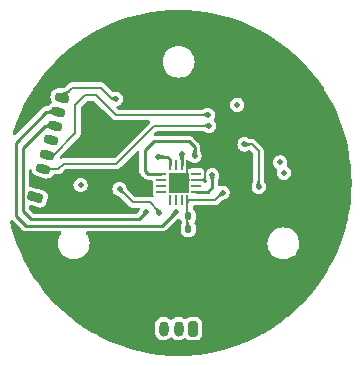
<source format=gbr>
%TF.GenerationSoftware,KiCad,Pcbnew,(6.0.0)*%
%TF.CreationDate,2022-02-06T18:29:28+08:00*%
%TF.ProjectId,STM32_FOC,53544d33-325f-4464-9f43-2e6b69636164,rev?*%
%TF.SameCoordinates,Original*%
%TF.FileFunction,Copper,L4,Bot*%
%TF.FilePolarity,Positive*%
%FSLAX46Y46*%
G04 Gerber Fmt 4.6, Leading zero omitted, Abs format (unit mm)*
G04 Created by KiCad (PCBNEW (6.0.0)) date 2022-02-06 18:29:28*
%MOMM*%
%LPD*%
G01*
G04 APERTURE LIST*
G04 Aperture macros list*
%AMRoundRect*
0 Rectangle with rounded corners*
0 $1 Rounding radius*
0 $2 $3 $4 $5 $6 $7 $8 $9 X,Y pos of 4 corners*
0 Add a 4 corners polygon primitive as box body*
4,1,4,$2,$3,$4,$5,$6,$7,$8,$9,$2,$3,0*
0 Add four circle primitives for the rounded corners*
1,1,$1+$1,$2,$3*
1,1,$1+$1,$4,$5*
1,1,$1+$1,$6,$7*
1,1,$1+$1,$8,$9*
0 Add four rect primitives between the rounded corners*
20,1,$1+$1,$2,$3,$4,$5,0*
20,1,$1+$1,$4,$5,$6,$7,0*
20,1,$1+$1,$6,$7,$8,$9,0*
20,1,$1+$1,$8,$9,$2,$3,0*%
%AMHorizOval*
0 Thick line with rounded ends*
0 $1 width*
0 $2 $3 position (X,Y) of the first rounded end (center of the circle)*
0 $4 $5 position (X,Y) of the second rounded end (center of the circle)*
0 Add line between two ends*
20,1,$1,$2,$3,$4,$5,0*
0 Add two circle primitives to create the rounded ends*
1,1,$1,$2,$3*
1,1,$1,$4,$5*%
G04 Aperture macros list end*
%TA.AperFunction,ComponentPad*%
%ADD10C,0.500000*%
%TD*%
%TA.AperFunction,ComponentPad*%
%ADD11RoundRect,0.200000X0.382903X-0.309654X0.486430X0.076717X-0.382903X0.309654X-0.486430X-0.076717X0*%
%TD*%
%TA.AperFunction,ComponentPad*%
%ADD12HorizOval,0.800000X-0.241481X0.064705X0.241481X-0.064705X0*%
%TD*%
%TA.AperFunction,ComponentPad*%
%ADD13RoundRect,0.200000X0.200000X0.450000X-0.200000X0.450000X-0.200000X-0.450000X0.200000X-0.450000X0*%
%TD*%
%TA.AperFunction,ComponentPad*%
%ADD14O,0.800000X1.300000*%
%TD*%
%TA.AperFunction,SMDPad,CuDef*%
%ADD15RoundRect,0.062500X-0.325000X-0.062500X0.325000X-0.062500X0.325000X0.062500X-0.325000X0.062500X0*%
%TD*%
%TA.AperFunction,SMDPad,CuDef*%
%ADD16RoundRect,0.062500X-0.062500X-0.325000X0.062500X-0.325000X0.062500X0.325000X-0.062500X0.325000X0*%
%TD*%
%TA.AperFunction,SMDPad,CuDef*%
%ADD17R,1.750000X1.750000*%
%TD*%
%TA.AperFunction,SMDPad,CuDef*%
%ADD18RoundRect,0.140000X-0.140000X-0.170000X0.140000X-0.170000X0.140000X0.170000X-0.140000X0.170000X0*%
%TD*%
%TA.AperFunction,ViaPad*%
%ADD19C,0.500000*%
%TD*%
%TA.AperFunction,Conductor*%
%ADD20C,0.300000*%
%TD*%
%TA.AperFunction,Conductor*%
%ADD21C,0.200000*%
%TD*%
%TA.AperFunction,Conductor*%
%ADD22C,0.250000*%
%TD*%
G04 APERTURE END LIST*
D10*
%TO.P,U4,30*%
%TO.N,GND*%
X100000000Y-107117500D03*
%TO.P,U4,31*%
X98700000Y-107117500D03*
%TO.P,U4,34*%
X101300000Y-107117500D03*
%TO.P,U4,41*%
X98700000Y-106117500D03*
%TO.P,U4,42*%
X98700000Y-108117500D03*
%TO.P,U4,43*%
X100000000Y-108117500D03*
%TO.P,U4,44*%
X100000000Y-106117500D03*
%TO.P,U4,45*%
X101300000Y-108117500D03*
%TO.P,U4,46*%
X101300000Y-106117500D03*
%TD*%
D11*
%TO.P,J3,1,Pin_1*%
%TO.N,+12V*%
X87882381Y-101237036D03*
D12*
%TO.P,J3,2,Pin_2*%
%TO.N,GND*%
X88205905Y-100029629D03*
%TO.P,J3,3,Pin_3*%
%TO.N,SWDIO*%
X88529429Y-98822221D03*
%TO.P,J3,4,Pin_4*%
%TO.N,SWCLK*%
X88852952Y-97614814D03*
%TO.P,J3,5,Pin_5*%
%TO.N,USART2_TX*%
X89176476Y-96407407D03*
%TO.P,J3,6,Pin_6*%
%TO.N,USART2_RX*%
X89500000Y-95200000D03*
%TO.P,J3,7,Pin_7*%
%TO.N,Button*%
X89823524Y-93992592D03*
%TO.P,J3,8,Pin_8*%
%TO.N,+3V3*%
X90147048Y-92785185D03*
%TD*%
D13*
%TO.P,J1,1,Pin_1*%
%TO.N,W*%
X101250000Y-112350000D03*
D14*
%TO.P,J1,2,Pin_2*%
%TO.N,V*%
X100000000Y-112350000D03*
%TO.P,J1,3,Pin_3*%
%TO.N,U*%
X98750000Y-112350000D03*
%TD*%
D15*
%TO.P,U3,1,SSD*%
%TO.N,unconnected-(U3-Pad1)*%
X98537500Y-100750000D03*
%TO.P,U3,2,A*%
%TO.N,unconnected-(U3-Pad2)*%
X98537500Y-100250000D03*
%TO.P,U3,3,Z*%
%TO.N,unconnected-(U3-Pad3)*%
X98537500Y-99750000D03*
%TO.P,U3,4,MOSI*%
%TO.N,MOSI*%
X98537500Y-99250000D03*
D16*
%TO.P,U3,5,~{CS}*%
%TO.N,CS*%
X99250000Y-98537500D03*
%TO.P,U3,6,B*%
%TO.N,unconnected-(U3-Pad6)*%
X99750000Y-98537500D03*
%TO.P,U3,7,MISO*%
%TO.N,MISO*%
X100250000Y-98537500D03*
%TO.P,U3,8,GND*%
%TO.N,GND*%
X100750000Y-98537500D03*
D15*
%TO.P,U3,9,PWM*%
%TO.N,unconnected-(U3-Pad9)*%
X101462500Y-99250000D03*
%TO.P,U3,10,TEST*%
%TO.N,GND*%
X101462500Y-99750000D03*
%TO.P,U3,11,MGL*%
%TO.N,unconnected-(U3-Pad11)*%
X101462500Y-100250000D03*
%TO.P,U3,12,SCLK*%
%TO.N,SCK*%
X101462500Y-100750000D03*
D16*
%TO.P,U3,13,VDD*%
%TO.N,+3V3*%
X100750000Y-101462500D03*
%TO.P,U3,14,NC*%
%TO.N,unconnected-(U3-Pad14)*%
X100250000Y-101462500D03*
%TO.P,U3,15,SSCK*%
%TO.N,unconnected-(U3-Pad15)*%
X99750000Y-101462500D03*
%TO.P,U3,16,MGH*%
%TO.N,unconnected-(U3-Pad16)*%
X99250000Y-101462500D03*
D17*
%TO.P,U3,17,PAD*%
%TO.N,GND*%
X100000000Y-100000000D03*
%TD*%
D18*
%TO.P,C18,1*%
%TO.N,+3V3*%
X100820000Y-102850000D03*
%TO.P,C18,2*%
%TO.N,GND*%
X101780000Y-102850000D03*
%TD*%
%TO.P,C19,1*%
%TO.N,+3V3*%
X100820000Y-103900000D03*
%TO.P,C19,2*%
%TO.N,GND*%
X101780000Y-103900000D03*
%TD*%
D19*
%TO.N,GND*%
X95500000Y-113500000D03*
X91700000Y-102400000D03*
X109400000Y-100890000D03*
X92600000Y-93300000D03*
X105800000Y-95760000D03*
X91700000Y-99100000D03*
X98600000Y-87050000D03*
X105500000Y-101600000D03*
X95150000Y-104300000D03*
X91600000Y-96600000D03*
X109200000Y-100110000D03*
X102037500Y-98537500D03*
X97800000Y-90200000D03*
X101740000Y-103120000D03*
X104200000Y-90700000D03*
X94600000Y-91900000D03*
%TO.N,+3V3*%
X103720000Y-100830000D03*
X94680000Y-92880000D03*
X108610000Y-98280000D03*
X91700000Y-100200000D03*
X108900000Y-99160000D03*
X104970000Y-93390000D03*
%TO.N,USART2_RX*%
X97250000Y-102500000D03*
%TO.N,SWCLK*%
X102475000Y-94250000D03*
%TO.N,SWDIO*%
X102575000Y-95175000D03*
%TO.N,PWMC*%
X106780000Y-100330000D03*
X105580000Y-96750000D03*
%TO.N,EN1*%
X95000000Y-100550000D03*
X98370000Y-102550000D03*
%TO.N,CS*%
X98250000Y-97800000D03*
%TO.N,SCK*%
X102850000Y-99375000D03*
%TO.N,MISO*%
X100250000Y-97550000D03*
%TO.N,MOSI*%
X101350000Y-97700000D03*
%TO.N,Button*%
X99750000Y-102500000D03*
%TD*%
D20*
%TO.N,GND*%
X101780000Y-102850000D02*
X101780000Y-103900000D01*
D21*
X102225000Y-98725000D02*
X102037500Y-98537500D01*
X102037500Y-98537500D02*
X100750000Y-98537500D01*
X100750000Y-98537500D02*
X100750000Y-99250000D01*
X102225000Y-99575000D02*
X102225000Y-98725000D01*
X101462500Y-99750000D02*
X102050000Y-99750000D01*
X102050000Y-99750000D02*
X102225000Y-99575000D01*
X100750000Y-99250000D02*
X100000000Y-100000000D01*
%TO.N,+3V3*%
X94680000Y-92880000D02*
X94320000Y-92880000D01*
D20*
X100750000Y-103830000D02*
X100820000Y-103900000D01*
D21*
X90982233Y-91950000D02*
X90147048Y-92785185D01*
X94320000Y-92880000D02*
X93390000Y-91950000D01*
X103087500Y-101462500D02*
X103720000Y-100830000D01*
X93390000Y-91950000D02*
X90982233Y-91950000D01*
X100750000Y-101462500D02*
X100750000Y-103830000D01*
X100750000Y-101462500D02*
X103087500Y-101462500D01*
D22*
%TO.N,USART2_RX*%
X87544296Y-103100000D02*
X86830000Y-102385704D01*
X86830000Y-97020000D02*
X88650000Y-95200000D01*
X86830000Y-102385704D02*
X86830000Y-97020000D01*
X89500000Y-95200000D02*
X88650000Y-95200000D01*
X96650000Y-103100000D02*
X87544296Y-103100000D01*
X97250000Y-102500000D02*
X96650000Y-103100000D01*
D21*
%TO.N,SWCLK*%
X94680000Y-94250000D02*
X93020000Y-92590000D01*
X91250000Y-93450000D02*
X91250000Y-95825000D01*
X91250000Y-95825000D02*
X89460186Y-97614814D01*
X102475000Y-94250000D02*
X94680000Y-94250000D01*
X89460186Y-97614814D02*
X88852952Y-97614814D01*
X93020000Y-92590000D02*
X92110000Y-92590000D01*
X92110000Y-92590000D02*
X91250000Y-93450000D01*
%TO.N,SWDIO*%
X102575000Y-95175000D02*
X97925000Y-95175000D01*
X90275000Y-98375000D02*
X89827779Y-98822221D01*
X97925000Y-95175000D02*
X94725000Y-98375000D01*
X94725000Y-98375000D02*
X90275000Y-98375000D01*
X89827779Y-98822221D02*
X88529429Y-98822221D01*
%TO.N,PWMC*%
X105580000Y-96750000D02*
X106190000Y-96750000D01*
X106190000Y-96750000D02*
X106780000Y-97340000D01*
X106780000Y-97340000D02*
X106780000Y-100330000D01*
%TO.N,EN1*%
X97550000Y-101650000D02*
X96100000Y-101650000D01*
X98370000Y-102550000D02*
X98370000Y-102470000D01*
X98370000Y-102470000D02*
X97550000Y-101650000D01*
X96100000Y-101650000D02*
X95000000Y-100550000D01*
D22*
%TO.N,CS*%
X98250000Y-97800000D02*
X99050000Y-97800000D01*
X99050000Y-97800000D02*
X99250000Y-98000000D01*
X99250000Y-98000000D02*
X99250000Y-98537500D01*
%TO.N,SCK*%
X102850000Y-100350000D02*
X102450000Y-100750000D01*
X102450000Y-100750000D02*
X101462500Y-100750000D01*
X102850000Y-99375000D02*
X102850000Y-100350000D01*
%TO.N,MISO*%
X100250000Y-97550000D02*
X100250000Y-98537500D01*
%TO.N,MOSI*%
X97400000Y-99250000D02*
X98537500Y-99250000D01*
X101350000Y-97000000D02*
X100850000Y-96500000D01*
X97150000Y-97250000D02*
X97150000Y-99000000D01*
X97150000Y-99000000D02*
X97400000Y-99250000D01*
X101350000Y-97700000D02*
X101350000Y-97000000D01*
X97900000Y-96500000D02*
X97150000Y-97250000D01*
X100850000Y-96500000D02*
X97900000Y-96500000D01*
%TO.N,Button*%
X98625000Y-103625000D02*
X87050000Y-103625000D01*
X86200000Y-96600000D02*
X88807408Y-93992592D01*
X87050000Y-103625000D02*
X86200000Y-102775000D01*
X86200000Y-102775000D02*
X86200000Y-96600000D01*
X88807408Y-93992592D02*
X89823524Y-93992592D01*
X99750000Y-102500000D02*
X98625000Y-103625000D01*
%TD*%
%TA.AperFunction,Conductor*%
%TO.N,MOSI*%
G36*
X101471774Y-97213427D02*
G01*
X101475199Y-97221497D01*
X101475945Y-97264702D01*
X101478806Y-97311647D01*
X101483618Y-97352360D01*
X101490418Y-97388368D01*
X101499243Y-97421195D01*
X101510128Y-97452368D01*
X101523110Y-97483411D01*
X101523171Y-97483542D01*
X101523175Y-97483551D01*
X101538200Y-97515798D01*
X101538225Y-97515852D01*
X101555509Y-97551216D01*
X101571400Y-97583674D01*
X101571960Y-97592612D01*
X101569325Y-97596929D01*
X101358433Y-97816231D01*
X101350229Y-97819819D01*
X101341567Y-97816231D01*
X101130675Y-97596929D01*
X101127410Y-97588590D01*
X101128600Y-97583675D01*
X101144490Y-97551216D01*
X101161774Y-97515852D01*
X101161799Y-97515798D01*
X101176824Y-97483551D01*
X101176828Y-97483542D01*
X101176889Y-97483411D01*
X101189871Y-97452368D01*
X101200756Y-97421195D01*
X101209581Y-97388368D01*
X101216381Y-97352360D01*
X101221193Y-97311647D01*
X101224054Y-97264702D01*
X101224801Y-97221498D01*
X101228370Y-97213285D01*
X101236499Y-97210000D01*
X101463501Y-97210000D01*
X101471774Y-97213427D01*
G37*
%TD.AperFunction*%
%TD*%
%TA.AperFunction,Conductor*%
%TO.N,Button*%
G36*
X89655227Y-93638418D02*
G01*
X90014755Y-93984159D01*
X90018343Y-93992363D01*
X90014755Y-94001025D01*
X89655227Y-94346766D01*
X89646889Y-94350031D01*
X89641715Y-94348711D01*
X89579518Y-94316328D01*
X89578989Y-94316035D01*
X89570263Y-94310903D01*
X89519585Y-94281095D01*
X89519309Y-94280925D01*
X89466714Y-94247710D01*
X89466712Y-94247707D01*
X89466711Y-94247708D01*
X89417961Y-94216902D01*
X89417951Y-94216896D01*
X89417883Y-94216853D01*
X89369876Y-94189068D01*
X89369674Y-94188971D01*
X89369668Y-94188968D01*
X89319863Y-94165098D01*
X89319588Y-94164966D01*
X89263913Y-94145156D01*
X89238081Y-94139155D01*
X89200048Y-94130320D01*
X89200045Y-94130320D01*
X89199746Y-94130250D01*
X89199437Y-94130212D01*
X89199433Y-94130211D01*
X89155410Y-94124754D01*
X89123985Y-94120858D01*
X89068394Y-94118851D01*
X89044802Y-94117999D01*
X89036658Y-94114276D01*
X89033524Y-94106307D01*
X89033524Y-93878877D01*
X89036951Y-93870604D01*
X89044802Y-93867185D01*
X89077736Y-93865995D01*
X89123985Y-93864325D01*
X89155410Y-93860429D01*
X89199433Y-93854972D01*
X89199437Y-93854971D01*
X89199746Y-93854933D01*
X89200045Y-93854863D01*
X89200048Y-93854863D01*
X89263594Y-93840101D01*
X89263592Y-93840101D01*
X89263913Y-93840027D01*
X89319588Y-93820217D01*
X89339290Y-93810774D01*
X89369668Y-93796215D01*
X89369674Y-93796212D01*
X89369876Y-93796115D01*
X89417883Y-93768330D01*
X89466711Y-93737475D01*
X89519309Y-93704258D01*
X89519585Y-93704088D01*
X89578989Y-93669148D01*
X89579518Y-93668855D01*
X89587403Y-93664750D01*
X89641715Y-93636473D01*
X89650635Y-93635692D01*
X89655227Y-93638418D01*
G37*
%TD.AperFunction*%
%TD*%
%TA.AperFunction,Conductor*%
%TO.N,Button*%
G36*
X99834562Y-102415115D02*
G01*
X99838150Y-102423777D01*
X99832203Y-102727969D01*
X99828615Y-102736173D01*
X99824298Y-102738808D01*
X99790110Y-102750523D01*
X99752922Y-102763292D01*
X99752904Y-102763298D01*
X99752882Y-102763306D01*
X99719256Y-102775558D01*
X99688125Y-102788329D01*
X99687985Y-102788397D01*
X99687975Y-102788401D01*
X99674228Y-102795033D01*
X99658386Y-102802675D01*
X99658198Y-102802783D01*
X99658191Y-102802787D01*
X99640892Y-102812756D01*
X99628934Y-102819647D01*
X99598665Y-102840300D01*
X99566473Y-102865686D01*
X99531255Y-102896858D01*
X99531187Y-102896924D01*
X99500177Y-102926880D01*
X99491846Y-102930163D01*
X99483775Y-102926738D01*
X99323261Y-102766224D01*
X99319834Y-102757951D01*
X99323118Y-102749823D01*
X99353141Y-102718744D01*
X99384313Y-102683526D01*
X99409699Y-102651334D01*
X99430352Y-102621065D01*
X99447324Y-102591613D01*
X99461670Y-102561874D01*
X99474441Y-102530743D01*
X99486693Y-102497117D01*
X99499476Y-102459889D01*
X99511192Y-102425702D01*
X99517116Y-102418987D01*
X99522031Y-102417797D01*
X99826223Y-102411850D01*
X99834562Y-102415115D01*
G37*
%TD.AperFunction*%
%TD*%
%TA.AperFunction,Conductor*%
%TO.N,+3V3*%
G36*
X94577194Y-92660930D02*
G01*
X94793858Y-92869285D01*
X94797446Y-92877489D01*
X94794181Y-92885828D01*
X94791662Y-92887813D01*
X94510530Y-93052496D01*
X94501659Y-93053721D01*
X94496876Y-93051175D01*
X94468015Y-93025707D01*
X94467073Y-93025078D01*
X94434504Y-93003330D01*
X94434497Y-93003326D01*
X94434193Y-93003123D01*
X94401231Y-92986723D01*
X94368602Y-92974204D01*
X94368497Y-92974169D01*
X94335804Y-92963273D01*
X94335662Y-92963224D01*
X94302594Y-92951730D01*
X94301886Y-92951458D01*
X94267990Y-92937153D01*
X94266923Y-92936638D01*
X94231473Y-92917243D01*
X94230310Y-92916515D01*
X94192543Y-92889666D01*
X94191492Y-92888823D01*
X94159454Y-92859966D01*
X94155600Y-92851883D01*
X94159011Y-92843000D01*
X94284190Y-92717821D01*
X94292463Y-92714394D01*
X94299917Y-92717076D01*
X94321116Y-92734605D01*
X94331442Y-92739596D01*
X94348406Y-92747796D01*
X94348408Y-92747797D01*
X94349170Y-92748165D01*
X94366023Y-92750873D01*
X94375444Y-92752388D01*
X94375446Y-92752388D01*
X94376261Y-92752519D01*
X94402771Y-92749213D01*
X94429082Y-92739790D01*
X94429446Y-92739598D01*
X94429450Y-92739596D01*
X94439746Y-92734157D01*
X94455575Y-92725796D01*
X94482635Y-92708775D01*
X94482679Y-92708746D01*
X94510523Y-92690351D01*
X94510746Y-92690207D01*
X94539659Y-92672033D01*
X94540309Y-92671653D01*
X94563508Y-92659077D01*
X94572414Y-92658147D01*
X94577194Y-92660930D01*
G37*
%TD.AperFunction*%
%TD*%
%TA.AperFunction,Conductor*%
%TO.N,+3V3*%
G36*
X90642881Y-92163791D02*
G01*
X90768442Y-92289352D01*
X90771869Y-92297625D01*
X90768786Y-92305540D01*
X90714481Y-92364648D01*
X90714302Y-92364888D01*
X90714297Y-92364894D01*
X90684492Y-92404854D01*
X90668611Y-92426145D01*
X90635816Y-92483519D01*
X90613150Y-92538518D01*
X90597667Y-92592889D01*
X90586422Y-92648378D01*
X90586404Y-92648484D01*
X90586403Y-92648489D01*
X90576485Y-92706631D01*
X90576458Y-92706785D01*
X90564911Y-92769416D01*
X90564798Y-92769959D01*
X90548737Y-92838645D01*
X90548529Y-92839412D01*
X90527379Y-92908354D01*
X90521677Y-92915259D01*
X90516425Y-92916621D01*
X90177556Y-92923245D01*
X90017792Y-92926368D01*
X90009453Y-92923103D01*
X90005865Y-92914441D01*
X90013207Y-92538833D01*
X90015612Y-92415809D01*
X90019200Y-92407606D01*
X90023878Y-92404854D01*
X90039057Y-92400197D01*
X90092830Y-92383699D01*
X90093578Y-92383497D01*
X90162274Y-92367434D01*
X90162816Y-92367321D01*
X90225447Y-92355774D01*
X90225601Y-92355747D01*
X90283743Y-92345829D01*
X90283748Y-92345828D01*
X90283854Y-92345810D01*
X90339343Y-92334565D01*
X90339560Y-92334503D01*
X90339565Y-92334502D01*
X90393399Y-92319172D01*
X90393404Y-92319170D01*
X90393714Y-92319082D01*
X90402934Y-92315282D01*
X90448362Y-92296561D01*
X90448366Y-92296559D01*
X90448713Y-92296416D01*
X90506087Y-92263621D01*
X90506382Y-92263401D01*
X90567334Y-92217938D01*
X90567340Y-92217933D01*
X90567584Y-92217751D01*
X90602166Y-92185980D01*
X90626693Y-92163448D01*
X90635103Y-92160374D01*
X90642881Y-92163791D01*
G37*
%TD.AperFunction*%
%TD*%
%TA.AperFunction,Conductor*%
%TO.N,+3V3*%
G36*
X103804562Y-100745115D02*
G01*
X103808150Y-100753777D01*
X103802205Y-101057845D01*
X103798617Y-101066049D01*
X103794143Y-101068737D01*
X103757636Y-101080674D01*
X103757312Y-101080774D01*
X103745377Y-101084297D01*
X103717833Y-101092427D01*
X103681947Y-101102643D01*
X103648740Y-101112735D01*
X103648604Y-101112784D01*
X103648591Y-101112788D01*
X103635353Y-101117532D01*
X103617115Y-101124068D01*
X103585971Y-101138010D01*
X103554210Y-101155927D01*
X103520732Y-101179185D01*
X103484438Y-101209151D01*
X103484304Y-101209278D01*
X103452496Y-101239371D01*
X103444131Y-101242568D01*
X103436182Y-101239145D01*
X103310855Y-101113818D01*
X103307428Y-101105545D01*
X103310629Y-101097504D01*
X103340721Y-101065695D01*
X103340848Y-101065561D01*
X103370814Y-101029267D01*
X103394072Y-100995789D01*
X103411989Y-100964028D01*
X103425931Y-100932884D01*
X103437264Y-100901259D01*
X103447356Y-100868052D01*
X103457572Y-100832166D01*
X103469222Y-100792697D01*
X103469322Y-100792373D01*
X103481263Y-100755857D01*
X103487092Y-100749058D01*
X103492155Y-100747795D01*
X103796223Y-100741850D01*
X103804562Y-100745115D01*
G37*
%TD.AperFunction*%
%TD*%
%TA.AperFunction,Conductor*%
%TO.N,+3V3*%
G36*
X100862500Y-101516986D02*
G01*
X100857094Y-101530181D01*
X100853210Y-101544130D01*
X100850624Y-101559039D01*
X100849112Y-101575111D01*
X100848448Y-101592554D01*
X100848408Y-101611571D01*
X100848410Y-101611670D01*
X100848767Y-101632369D01*
X100849301Y-101655106D01*
X100849302Y-101655154D01*
X100849786Y-101680049D01*
X100849788Y-101680185D01*
X100849909Y-101695709D01*
X100846546Y-101704008D01*
X100838209Y-101707500D01*
X100661791Y-101707500D01*
X100653518Y-101704073D01*
X100650091Y-101695710D01*
X100650211Y-101680186D01*
X100650213Y-101680049D01*
X100650696Y-101655201D01*
X100650697Y-101655153D01*
X100651232Y-101632369D01*
X100651589Y-101611670D01*
X100651591Y-101611571D01*
X100651551Y-101592554D01*
X100650887Y-101575111D01*
X100649375Y-101559039D01*
X100646789Y-101544130D01*
X100642905Y-101530181D01*
X100641522Y-101526804D01*
X100640389Y-101524037D01*
X100640424Y-101515083D01*
X100642783Y-101511493D01*
X100662126Y-101491378D01*
X100747055Y-101403062D01*
X100750641Y-101400667D01*
X100862500Y-101516986D01*
G37*
%TD.AperFunction*%
%TD*%
%TA.AperFunction,Conductor*%
%TO.N,+3V3*%
G36*
X100846983Y-103343427D02*
G01*
X100850403Y-103351282D01*
X100852084Y-103398348D01*
X100858233Y-103447630D01*
X100868289Y-103489552D01*
X100882095Y-103525824D01*
X100899494Y-103558154D01*
X100920328Y-103588251D01*
X100944440Y-103617823D01*
X100944535Y-103617930D01*
X100971673Y-103648578D01*
X101001829Y-103682180D01*
X101001979Y-103682352D01*
X101029459Y-103714201D01*
X101032269Y-103722703D01*
X101030749Y-103727666D01*
X100998271Y-103784276D01*
X100860009Y-104025266D01*
X100852920Y-104030737D01*
X100843646Y-104029357D01*
X100552999Y-103847150D01*
X100547810Y-103839852D01*
X100547820Y-103834580D01*
X100559551Y-103784276D01*
X100559681Y-103783768D01*
X100573724Y-103733784D01*
X100573840Y-103733398D01*
X100587922Y-103689192D01*
X100587976Y-103689025D01*
X100590255Y-103682226D01*
X100601716Y-103648025D01*
X100614591Y-103608049D01*
X100620175Y-103588070D01*
X100626085Y-103566921D01*
X100626086Y-103566916D01*
X100626136Y-103566738D01*
X100635900Y-103521684D01*
X100643433Y-103470481D01*
X100648283Y-103410722D01*
X100649723Y-103351416D01*
X100653350Y-103343228D01*
X100661420Y-103340000D01*
X100838710Y-103340000D01*
X100846983Y-103343427D01*
G37*
%TD.AperFunction*%
%TD*%
%TA.AperFunction,Conductor*%
%TO.N,+3V3*%
G36*
X100811537Y-101352889D02*
G01*
X100817365Y-101355276D01*
X100817372Y-101355278D01*
X100817681Y-101355405D01*
X100818003Y-101355495D01*
X100818007Y-101355496D01*
X100831339Y-101359208D01*
X100831630Y-101359289D01*
X100831915Y-101359338D01*
X100831922Y-101359340D01*
X100838214Y-101360431D01*
X100846539Y-101361875D01*
X100855447Y-101362713D01*
X100862449Y-101363372D01*
X100862457Y-101363373D01*
X100862611Y-101363387D01*
X100880054Y-101364051D01*
X100889654Y-101364071D01*
X100898968Y-101364091D01*
X100899071Y-101364091D01*
X100919869Y-101363732D01*
X100942653Y-101363197D01*
X100955272Y-101362951D01*
X100967549Y-101362713D01*
X100967686Y-101362711D01*
X100983210Y-101362591D01*
X100991509Y-101365954D01*
X100995000Y-101374291D01*
X100995000Y-101550709D01*
X100991573Y-101558982D01*
X100983210Y-101562409D01*
X100976650Y-101562358D01*
X100967685Y-101562288D01*
X100967549Y-101562286D01*
X100955272Y-101562048D01*
X100942653Y-101561802D01*
X100919869Y-101561267D01*
X100899071Y-101560908D01*
X100898968Y-101560908D01*
X100889654Y-101560928D01*
X100880054Y-101560948D01*
X100862611Y-101561612D01*
X100862457Y-101561626D01*
X100862449Y-101561627D01*
X100855425Y-101562288D01*
X100846539Y-101563124D01*
X100831630Y-101565710D01*
X100817681Y-101569594D01*
X100804486Y-101575000D01*
X100688167Y-101463142D01*
X100690564Y-101459554D01*
X100719283Y-101431936D01*
X100719289Y-101431930D01*
X100752875Y-101399632D01*
X100798993Y-101355283D01*
X100807332Y-101352018D01*
X100811537Y-101352889D01*
G37*
%TD.AperFunction*%
%TD*%
%TA.AperFunction,Conductor*%
%TO.N,USART2_RX*%
G36*
X89331703Y-94845826D02*
G01*
X89691231Y-95191567D01*
X89694819Y-95199771D01*
X89691231Y-95208433D01*
X89331703Y-95554174D01*
X89323365Y-95557439D01*
X89318191Y-95556119D01*
X89255994Y-95523736D01*
X89255465Y-95523443D01*
X89246739Y-95518311D01*
X89196061Y-95488503D01*
X89195785Y-95488333D01*
X89143190Y-95455118D01*
X89143188Y-95455115D01*
X89143187Y-95455116D01*
X89094437Y-95424310D01*
X89094427Y-95424304D01*
X89094359Y-95424261D01*
X89046352Y-95396476D01*
X89046150Y-95396379D01*
X89046144Y-95396376D01*
X88996339Y-95372506D01*
X88996064Y-95372374D01*
X88940389Y-95352564D01*
X88914557Y-95346563D01*
X88876524Y-95337728D01*
X88876521Y-95337728D01*
X88876222Y-95337658D01*
X88875913Y-95337620D01*
X88875909Y-95337619D01*
X88831886Y-95332162D01*
X88800461Y-95328266D01*
X88744870Y-95326259D01*
X88721278Y-95325407D01*
X88713134Y-95321684D01*
X88710000Y-95313715D01*
X88710000Y-95086285D01*
X88713427Y-95078012D01*
X88721278Y-95074593D01*
X88754212Y-95073403D01*
X88800461Y-95071733D01*
X88831886Y-95067837D01*
X88875909Y-95062380D01*
X88875913Y-95062379D01*
X88876222Y-95062341D01*
X88876521Y-95062271D01*
X88876524Y-95062271D01*
X88940070Y-95047509D01*
X88940068Y-95047509D01*
X88940389Y-95047435D01*
X88996064Y-95027625D01*
X89015766Y-95018182D01*
X89046144Y-95003623D01*
X89046150Y-95003620D01*
X89046352Y-95003523D01*
X89094359Y-94975738D01*
X89143187Y-94944883D01*
X89195785Y-94911666D01*
X89196061Y-94911496D01*
X89255465Y-94876556D01*
X89255994Y-94876263D01*
X89263879Y-94872158D01*
X89318191Y-94843881D01*
X89327111Y-94843100D01*
X89331703Y-94845826D01*
G37*
%TD.AperFunction*%
%TD*%
%TA.AperFunction,Conductor*%
%TO.N,USART2_RX*%
G36*
X97334562Y-102415115D02*
G01*
X97338150Y-102423777D01*
X97332203Y-102727969D01*
X97328615Y-102736173D01*
X97324298Y-102738808D01*
X97290110Y-102750523D01*
X97252922Y-102763292D01*
X97252904Y-102763298D01*
X97252882Y-102763306D01*
X97219256Y-102775558D01*
X97188125Y-102788329D01*
X97187985Y-102788397D01*
X97187975Y-102788401D01*
X97174228Y-102795033D01*
X97158386Y-102802675D01*
X97158198Y-102802783D01*
X97158191Y-102802787D01*
X97140892Y-102812756D01*
X97128934Y-102819647D01*
X97098665Y-102840300D01*
X97066473Y-102865686D01*
X97031255Y-102896858D01*
X97031187Y-102896924D01*
X97000177Y-102926880D01*
X96991846Y-102930163D01*
X96983775Y-102926738D01*
X96823261Y-102766224D01*
X96819834Y-102757951D01*
X96823118Y-102749823D01*
X96853141Y-102718744D01*
X96884313Y-102683526D01*
X96909699Y-102651334D01*
X96930352Y-102621065D01*
X96947324Y-102591613D01*
X96961670Y-102561874D01*
X96974441Y-102530743D01*
X96986693Y-102497117D01*
X96999476Y-102459889D01*
X97011192Y-102425702D01*
X97017116Y-102418987D01*
X97022031Y-102417797D01*
X97326223Y-102411850D01*
X97334562Y-102415115D01*
G37*
%TD.AperFunction*%
%TD*%
%TA.AperFunction,Conductor*%
%TO.N,SWCLK*%
G36*
X102372018Y-94030761D02*
G01*
X102591231Y-94241567D01*
X102594819Y-94249771D01*
X102591231Y-94258433D01*
X102372018Y-94469239D01*
X102363679Y-94472504D01*
X102358616Y-94471241D01*
X102324366Y-94453871D01*
X102324105Y-94453734D01*
X102287904Y-94434032D01*
X102255304Y-94415881D01*
X102224688Y-94399536D01*
X102194311Y-94385188D01*
X102162430Y-94373024D01*
X102144389Y-94367996D01*
X102127565Y-94363307D01*
X102127559Y-94363306D01*
X102127302Y-94363234D01*
X102087184Y-94356008D01*
X102060499Y-94353459D01*
X102040511Y-94351550D01*
X102040505Y-94351550D01*
X102040331Y-94351533D01*
X102040162Y-94351528D01*
X102040157Y-94351528D01*
X101996376Y-94350315D01*
X101988201Y-94346660D01*
X101985000Y-94338619D01*
X101985000Y-94161381D01*
X101988427Y-94153108D01*
X101996376Y-94149685D01*
X102040157Y-94148471D01*
X102040162Y-94148471D01*
X102040331Y-94148466D01*
X102040505Y-94148449D01*
X102040511Y-94148449D01*
X102060499Y-94146540D01*
X102087184Y-94143991D01*
X102127302Y-94136765D01*
X102127559Y-94136693D01*
X102127565Y-94136692D01*
X102144389Y-94132003D01*
X102162430Y-94126975D01*
X102194311Y-94114811D01*
X102224688Y-94100463D01*
X102255304Y-94084118D01*
X102287904Y-94065967D01*
X102324086Y-94046276D01*
X102324387Y-94046118D01*
X102358616Y-94028759D01*
X102367545Y-94028074D01*
X102372018Y-94030761D01*
G37*
%TD.AperFunction*%
%TD*%
%TA.AperFunction,Conductor*%
%TO.N,SWCLK*%
G36*
X89034901Y-97259131D02*
G01*
X89085202Y-97287723D01*
X89086175Y-97288344D01*
X89139312Y-97326080D01*
X89139756Y-97326414D01*
X89189814Y-97366134D01*
X89237526Y-97404304D01*
X89237649Y-97404392D01*
X89283368Y-97437154D01*
X89283372Y-97437157D01*
X89283670Y-97437370D01*
X89283991Y-97437543D01*
X89283994Y-97437545D01*
X89328665Y-97461639D01*
X89328667Y-97461640D01*
X89329244Y-97461951D01*
X89329878Y-97462126D01*
X89329880Y-97462127D01*
X89360634Y-97470627D01*
X89375246Y-97474666D01*
X89422671Y-97472133D01*
X89423608Y-97471735D01*
X89423609Y-97471735D01*
X89471766Y-97451289D01*
X89471767Y-97451288D01*
X89472517Y-97450970D01*
X89517594Y-97414434D01*
X89526178Y-97411887D01*
X89533233Y-97415250D01*
X89658577Y-97540594D01*
X89662004Y-97548867D01*
X89658227Y-97557476D01*
X89603374Y-97607953D01*
X89602547Y-97608646D01*
X89544804Y-97652693D01*
X89543888Y-97653326D01*
X89490553Y-97686502D01*
X89489704Y-97686982D01*
X89439437Y-97712709D01*
X89438874Y-97712978D01*
X89400493Y-97730106D01*
X89390264Y-97734671D01*
X89342260Y-97755595D01*
X89293983Y-97778988D01*
X89244261Y-97808217D01*
X89191922Y-97846650D01*
X89191700Y-97846852D01*
X89142157Y-97891874D01*
X89133729Y-97894902D01*
X89128376Y-97893311D01*
X88666290Y-97622627D01*
X88660884Y-97615489D01*
X88662109Y-97606618D01*
X88664094Y-97604099D01*
X88721163Y-97549219D01*
X88798741Y-97474615D01*
X89021010Y-97260870D01*
X89029349Y-97257605D01*
X89034901Y-97259131D01*
G37*
%TD.AperFunction*%
%TD*%
%TA.AperFunction,Conductor*%
%TO.N,SWDIO*%
G36*
X102472018Y-94955761D02*
G01*
X102691231Y-95166567D01*
X102694819Y-95174771D01*
X102691231Y-95183433D01*
X102472018Y-95394239D01*
X102463679Y-95397504D01*
X102458616Y-95396241D01*
X102424366Y-95378871D01*
X102424105Y-95378734D01*
X102387904Y-95359032D01*
X102355304Y-95340881D01*
X102324688Y-95324536D01*
X102294311Y-95310188D01*
X102262430Y-95298024D01*
X102244389Y-95292996D01*
X102227565Y-95288307D01*
X102227559Y-95288306D01*
X102227302Y-95288234D01*
X102187184Y-95281008D01*
X102160499Y-95278459D01*
X102140511Y-95276550D01*
X102140505Y-95276550D01*
X102140331Y-95276533D01*
X102140162Y-95276528D01*
X102140157Y-95276528D01*
X102096376Y-95275315D01*
X102088201Y-95271660D01*
X102085000Y-95263619D01*
X102085000Y-95086381D01*
X102088427Y-95078108D01*
X102096376Y-95074685D01*
X102140157Y-95073471D01*
X102140162Y-95073471D01*
X102140331Y-95073466D01*
X102140505Y-95073449D01*
X102140511Y-95073449D01*
X102160499Y-95071540D01*
X102187184Y-95068991D01*
X102227302Y-95061765D01*
X102227559Y-95061693D01*
X102227565Y-95061692D01*
X102244389Y-95057003D01*
X102262430Y-95051975D01*
X102294311Y-95039811D01*
X102324688Y-95025463D01*
X102355304Y-95009118D01*
X102387904Y-94990967D01*
X102424086Y-94971276D01*
X102424387Y-94971118D01*
X102458616Y-94953759D01*
X102467545Y-94953074D01*
X102472018Y-94955761D01*
G37*
%TD.AperFunction*%
%TD*%
%TA.AperFunction,Conductor*%
%TO.N,SWDIO*%
G36*
X88711269Y-98466192D02*
G01*
X88753485Y-98488585D01*
X88774988Y-98499992D01*
X88775671Y-98500385D01*
X88835586Y-98537591D01*
X88836050Y-98537894D01*
X88888514Y-98574024D01*
X88888642Y-98574114D01*
X88936850Y-98608272D01*
X88984039Y-98639557D01*
X88984229Y-98639663D01*
X88984231Y-98639664D01*
X89033145Y-98666895D01*
X89033150Y-98666897D01*
X89033433Y-98667055D01*
X89033737Y-98667181D01*
X89033742Y-98667184D01*
X89088001Y-98689773D01*
X89088005Y-98689774D01*
X89088350Y-98689918D01*
X89108322Y-98695362D01*
X89151767Y-98707206D01*
X89151775Y-98707208D01*
X89152110Y-98707299D01*
X89187357Y-98712429D01*
X89227727Y-98718305D01*
X89227729Y-98718305D01*
X89228030Y-98718349D01*
X89228326Y-98718362D01*
X89228331Y-98718362D01*
X89263583Y-98719855D01*
X89308225Y-98721746D01*
X89316345Y-98725520D01*
X89319429Y-98733436D01*
X89319429Y-98911006D01*
X89316002Y-98919279D01*
X89308225Y-98922696D01*
X89257525Y-98924843D01*
X89228331Y-98926079D01*
X89228326Y-98926079D01*
X89228030Y-98926092D01*
X89227729Y-98926136D01*
X89227727Y-98926136D01*
X89187357Y-98932012D01*
X89152110Y-98937142D01*
X89151775Y-98937233D01*
X89151767Y-98937235D01*
X89108322Y-98949079D01*
X89088350Y-98954523D01*
X89088005Y-98954667D01*
X89088001Y-98954668D01*
X89033742Y-98977257D01*
X89033737Y-98977260D01*
X89033433Y-98977386D01*
X89033150Y-98977544D01*
X89033145Y-98977546D01*
X88984231Y-99004777D01*
X88984039Y-99004884D01*
X88936850Y-99036169D01*
X88936739Y-99036247D01*
X88936724Y-99036258D01*
X88888642Y-99070327D01*
X88888514Y-99070417D01*
X88836050Y-99106547D01*
X88835586Y-99106850D01*
X88775671Y-99144056D01*
X88774988Y-99144450D01*
X88750653Y-99157358D01*
X88711269Y-99178250D01*
X88702354Y-99179099D01*
X88697676Y-99176347D01*
X88532607Y-99017608D01*
X88338198Y-98830654D01*
X88334610Y-98822450D01*
X88338198Y-98813788D01*
X88433417Y-98722221D01*
X88697676Y-98468095D01*
X88706015Y-98464830D01*
X88711269Y-98466192D01*
G37*
%TD.AperFunction*%
%TD*%
%TA.AperFunction,Conductor*%
%TO.N,PWMC*%
G36*
X105696384Y-96528759D02*
G01*
X105730633Y-96546128D01*
X105730894Y-96546265D01*
X105767095Y-96565967D01*
X105799695Y-96584118D01*
X105830311Y-96600463D01*
X105860688Y-96614811D01*
X105892569Y-96626975D01*
X105910610Y-96632003D01*
X105927434Y-96636692D01*
X105927440Y-96636693D01*
X105927697Y-96636765D01*
X105967815Y-96643991D01*
X105994500Y-96646540D01*
X106014488Y-96648449D01*
X106014494Y-96648449D01*
X106014668Y-96648466D01*
X106014837Y-96648471D01*
X106014842Y-96648471D01*
X106058624Y-96649685D01*
X106066799Y-96653340D01*
X106070000Y-96661381D01*
X106070000Y-96838619D01*
X106066573Y-96846892D01*
X106058624Y-96850315D01*
X106014842Y-96851528D01*
X106014837Y-96851528D01*
X106014668Y-96851533D01*
X106014494Y-96851550D01*
X106014488Y-96851550D01*
X105994500Y-96853459D01*
X105967815Y-96856008D01*
X105927697Y-96863234D01*
X105927440Y-96863306D01*
X105927434Y-96863307D01*
X105910610Y-96867996D01*
X105892569Y-96873024D01*
X105860688Y-96885188D01*
X105830311Y-96899536D01*
X105799695Y-96915881D01*
X105767095Y-96934032D01*
X105730894Y-96953734D01*
X105730633Y-96953871D01*
X105713960Y-96962327D01*
X105696383Y-96971241D01*
X105687454Y-96971926D01*
X105682981Y-96969239D01*
X105666929Y-96953802D01*
X105463769Y-96758433D01*
X105460181Y-96750229D01*
X105463769Y-96741567D01*
X105682982Y-96530761D01*
X105691321Y-96527496D01*
X105696384Y-96528759D01*
G37*
%TD.AperFunction*%
%TD*%
%TA.AperFunction,Conductor*%
%TO.N,PWMC*%
G36*
X106876892Y-99843427D02*
G01*
X106880315Y-99851376D01*
X106881533Y-99895331D01*
X106886008Y-99942184D01*
X106893234Y-99982302D01*
X106903024Y-100017430D01*
X106915188Y-100049311D01*
X106929536Y-100079688D01*
X106945881Y-100110304D01*
X106945919Y-100110372D01*
X106945927Y-100110387D01*
X106963977Y-100142805D01*
X106964032Y-100142904D01*
X106983724Y-100179086D01*
X106983882Y-100179387D01*
X107001241Y-100213616D01*
X107001926Y-100222545D01*
X106999239Y-100227018D01*
X106788433Y-100446231D01*
X106780229Y-100449819D01*
X106771567Y-100446231D01*
X106560761Y-100227018D01*
X106557496Y-100218679D01*
X106558759Y-100213616D01*
X106576118Y-100179387D01*
X106576276Y-100179086D01*
X106595967Y-100142904D01*
X106596022Y-100142805D01*
X106614072Y-100110387D01*
X106614080Y-100110372D01*
X106614118Y-100110304D01*
X106630463Y-100079688D01*
X106644811Y-100049311D01*
X106656975Y-100017430D01*
X106666765Y-99982302D01*
X106673991Y-99942184D01*
X106678466Y-99895331D01*
X106679685Y-99851376D01*
X106683340Y-99843201D01*
X106691381Y-99840000D01*
X106868619Y-99840000D01*
X106876892Y-99843427D01*
G37*
%TD.AperFunction*%
%TD*%
%TA.AperFunction,Conductor*%
%TO.N,EN1*%
G36*
X98137853Y-102096091D02*
G01*
X98161570Y-102118826D01*
X98174343Y-102131071D01*
X98214155Y-102165605D01*
X98250256Y-102193414D01*
X98283881Y-102216146D01*
X98316263Y-102235447D01*
X98348639Y-102252965D01*
X98376371Y-102267311D01*
X98382189Y-102270321D01*
X98382243Y-102270349D01*
X98418216Y-102289198D01*
X98418461Y-102289331D01*
X98457877Y-102311195D01*
X98458224Y-102311394D01*
X98495648Y-102333890D01*
X98500973Y-102341088D01*
X98501073Y-102346309D01*
X98477507Y-102459100D01*
X98438873Y-102644006D01*
X98433826Y-102651403D01*
X98424581Y-102652963D01*
X98129481Y-102579159D01*
X98122287Y-102573828D01*
X98120676Y-102568949D01*
X98117212Y-102533574D01*
X98117201Y-102533456D01*
X98113779Y-102494435D01*
X98110143Y-102459100D01*
X98110141Y-102459086D01*
X98110128Y-102458958D01*
X98105178Y-102426106D01*
X98097858Y-102394904D01*
X98087095Y-102364380D01*
X98071817Y-102333560D01*
X98050950Y-102301469D01*
X98023423Y-102267135D01*
X97995924Y-102237849D01*
X97992759Y-102229472D01*
X97996180Y-102221567D01*
X98121483Y-102096264D01*
X98129756Y-102092837D01*
X98137853Y-102096091D01*
G37*
%TD.AperFunction*%
%TD*%
%TA.AperFunction,Conductor*%
%TO.N,EN1*%
G36*
X95227845Y-100467795D02*
G01*
X95236049Y-100471383D01*
X95238737Y-100475857D01*
X95250674Y-100512363D01*
X95250774Y-100512687D01*
X95262427Y-100552166D01*
X95272643Y-100588052D01*
X95282735Y-100621259D01*
X95294068Y-100652884D01*
X95308010Y-100684028D01*
X95325927Y-100715789D01*
X95349185Y-100749267D01*
X95349335Y-100749448D01*
X95349339Y-100749454D01*
X95379031Y-100785416D01*
X95379151Y-100785561D01*
X95404542Y-100812400D01*
X95409371Y-100817504D01*
X95412568Y-100825869D01*
X95409145Y-100833818D01*
X95283818Y-100959145D01*
X95275545Y-100962572D01*
X95267504Y-100959371D01*
X95235695Y-100929278D01*
X95235561Y-100929151D01*
X95199267Y-100899185D01*
X95165789Y-100875927D01*
X95134028Y-100858010D01*
X95102884Y-100844068D01*
X95084646Y-100837532D01*
X95071408Y-100832788D01*
X95071395Y-100832784D01*
X95071259Y-100832735D01*
X95038052Y-100822643D01*
X95002166Y-100812427D01*
X94974622Y-100804297D01*
X94962687Y-100800774D01*
X94962363Y-100800674D01*
X94925857Y-100788737D01*
X94919058Y-100782908D01*
X94917795Y-100777845D01*
X94911850Y-100473777D01*
X94915115Y-100465438D01*
X94923777Y-100461850D01*
X95227845Y-100467795D01*
G37*
%TD.AperFunction*%
%TD*%
%TA.AperFunction,Conductor*%
%TO.N,CS*%
G36*
X98366325Y-97578600D02*
G01*
X98398783Y-97594490D01*
X98434117Y-97611760D01*
X98434144Y-97611773D01*
X98434147Y-97611774D01*
X98466588Y-97626889D01*
X98497631Y-97639871D01*
X98515465Y-97646098D01*
X98528600Y-97650685D01*
X98528606Y-97650687D01*
X98528804Y-97650756D01*
X98561631Y-97659581D01*
X98561829Y-97659618D01*
X98561836Y-97659620D01*
X98579635Y-97662981D01*
X98597639Y-97666381D01*
X98638352Y-97671193D01*
X98685297Y-97674054D01*
X98728502Y-97674801D01*
X98736715Y-97678370D01*
X98740000Y-97686499D01*
X98740000Y-97913501D01*
X98736573Y-97921774D01*
X98728503Y-97925199D01*
X98685297Y-97925945D01*
X98638352Y-97928806D01*
X98597639Y-97933618D01*
X98579635Y-97937018D01*
X98561836Y-97940379D01*
X98561829Y-97940381D01*
X98561631Y-97940418D01*
X98528804Y-97949243D01*
X98528606Y-97949312D01*
X98528600Y-97949314D01*
X98515465Y-97953901D01*
X98497631Y-97960128D01*
X98466588Y-97973110D01*
X98466457Y-97973171D01*
X98466448Y-97973175D01*
X98434201Y-97988200D01*
X98434117Y-97988239D01*
X98398783Y-98005509D01*
X98366325Y-98021400D01*
X98357389Y-98021960D01*
X98353071Y-98019325D01*
X98133769Y-97808433D01*
X98130181Y-97800229D01*
X98133769Y-97791567D01*
X98353071Y-97580675D01*
X98361410Y-97577410D01*
X98366325Y-97578600D01*
G37*
%TD.AperFunction*%
%TD*%
%TA.AperFunction,Conductor*%
%TO.N,SCK*%
G36*
X102858433Y-99258769D02*
G01*
X103069325Y-99478071D01*
X103072590Y-99486410D01*
X103071400Y-99491324D01*
X103055509Y-99523783D01*
X103038225Y-99559147D01*
X103023110Y-99591588D01*
X103010128Y-99622631D01*
X102999243Y-99653804D01*
X102990418Y-99686631D01*
X102983618Y-99722639D01*
X102978806Y-99763352D01*
X102975945Y-99810297D01*
X102975943Y-99810435D01*
X102975199Y-99853502D01*
X102971630Y-99861715D01*
X102963501Y-99865000D01*
X102736499Y-99865000D01*
X102728226Y-99861573D01*
X102724801Y-99853502D01*
X102724056Y-99810436D01*
X102724056Y-99810435D01*
X102724054Y-99810297D01*
X102721193Y-99763352D01*
X102716381Y-99722639D01*
X102709581Y-99686631D01*
X102700756Y-99653804D01*
X102689871Y-99622631D01*
X102676889Y-99591588D01*
X102661774Y-99559147D01*
X102644490Y-99523783D01*
X102628600Y-99491325D01*
X102628040Y-99482388D01*
X102630675Y-99478071D01*
X102841567Y-99258769D01*
X102849771Y-99255181D01*
X102858433Y-99258769D01*
G37*
%TD.AperFunction*%
%TD*%
%TA.AperFunction,Conductor*%
%TO.N,MISO*%
G36*
X100258433Y-97433769D02*
G01*
X100469325Y-97653071D01*
X100472590Y-97661410D01*
X100471400Y-97666324D01*
X100455509Y-97698783D01*
X100438225Y-97734147D01*
X100423110Y-97766588D01*
X100410128Y-97797631D01*
X100399243Y-97828804D01*
X100390418Y-97861631D01*
X100383618Y-97897639D01*
X100378806Y-97938352D01*
X100375945Y-97985297D01*
X100375943Y-97985435D01*
X100375199Y-98028502D01*
X100371630Y-98036715D01*
X100363501Y-98040000D01*
X100136499Y-98040000D01*
X100128226Y-98036573D01*
X100124801Y-98028502D01*
X100124056Y-97985436D01*
X100124056Y-97985435D01*
X100124054Y-97985297D01*
X100121193Y-97938352D01*
X100116381Y-97897639D01*
X100109581Y-97861631D01*
X100100756Y-97828804D01*
X100089871Y-97797631D01*
X100076889Y-97766588D01*
X100061774Y-97734147D01*
X100044490Y-97698783D01*
X100028600Y-97666325D01*
X100028040Y-97657388D01*
X100030675Y-97653071D01*
X100241567Y-97433769D01*
X100249771Y-97430181D01*
X100258433Y-97433769D01*
G37*
%TD.AperFunction*%
%TD*%
%TA.AperFunction,Conductor*%
%TO.N,GND*%
G36*
X100763438Y-85369991D02*
G01*
X100769987Y-85370334D01*
X101447900Y-85423687D01*
X101528063Y-85429996D01*
X101534625Y-85430686D01*
X102288502Y-85529936D01*
X102295000Y-85530966D01*
X103042664Y-85669537D01*
X103049097Y-85670904D01*
X103788519Y-85848423D01*
X103794857Y-85850122D01*
X104523926Y-86066082D01*
X104530200Y-86068120D01*
X105246983Y-86321947D01*
X105253141Y-86324311D01*
X105955645Y-86615297D01*
X105961671Y-86617980D01*
X106647983Y-86945334D01*
X106653861Y-86948329D01*
X106904112Y-87084204D01*
X107322116Y-87311162D01*
X107327787Y-87314436D01*
X107879602Y-87652588D01*
X107976155Y-87711756D01*
X107981687Y-87715349D01*
X108608340Y-88146036D01*
X108613665Y-88149905D01*
X109216939Y-88612814D01*
X109222044Y-88616947D01*
X109534059Y-88883433D01*
X109800247Y-89110779D01*
X109805149Y-89115193D01*
X110356721Y-89638615D01*
X110361385Y-89643279D01*
X110884807Y-90194851D01*
X110889218Y-90199750D01*
X111383053Y-90777956D01*
X111387186Y-90783061D01*
X111850095Y-91386335D01*
X111853964Y-91391660D01*
X112027774Y-91644555D01*
X112284651Y-92018313D01*
X112288244Y-92023845D01*
X112347412Y-92120398D01*
X112685564Y-92672213D01*
X112688838Y-92677884D01*
X112914903Y-93094244D01*
X113051671Y-93346139D01*
X113054666Y-93352017D01*
X113382020Y-94038329D01*
X113384703Y-94044355D01*
X113675689Y-94746859D01*
X113678053Y-94753017D01*
X113771973Y-95018238D01*
X113914428Y-95420516D01*
X113931880Y-95469800D01*
X113933917Y-95476070D01*
X114149151Y-96202688D01*
X114149873Y-96205126D01*
X114151577Y-96211481D01*
X114320330Y-96914391D01*
X114329094Y-96950894D01*
X114330463Y-96957336D01*
X114463348Y-97674318D01*
X114469033Y-97704991D01*
X114470064Y-97711498D01*
X114549047Y-98311435D01*
X114569314Y-98465377D01*
X114570004Y-98471937D01*
X114629666Y-99230013D01*
X114630009Y-99236562D01*
X114649914Y-99996702D01*
X114649914Y-100003284D01*
X114630009Y-100763438D01*
X114629666Y-100769987D01*
X114586545Y-101317890D01*
X114570004Y-101528063D01*
X114569314Y-101534623D01*
X114471879Y-102274718D01*
X114470065Y-102288493D01*
X114469034Y-102295000D01*
X114342396Y-102978282D01*
X114330465Y-103042654D01*
X114329096Y-103049097D01*
X114176773Y-103683570D01*
X114151581Y-103788502D01*
X114149878Y-103794857D01*
X113939623Y-104504665D01*
X113933918Y-104523926D01*
X113931881Y-104530196D01*
X113921150Y-104560500D01*
X113678053Y-105246983D01*
X113675689Y-105253141D01*
X113384703Y-105955645D01*
X113382020Y-105961671D01*
X113054666Y-106647983D01*
X113051671Y-106653861D01*
X112944452Y-106851335D01*
X112688838Y-107322116D01*
X112685564Y-107327787D01*
X112642971Y-107397293D01*
X112288244Y-107976155D01*
X112284651Y-107981687D01*
X111853973Y-108608328D01*
X111850095Y-108613665D01*
X111387186Y-109216939D01*
X111383053Y-109222044D01*
X110889221Y-109800247D01*
X110884807Y-109805149D01*
X110361385Y-110356721D01*
X110356721Y-110361385D01*
X109805149Y-110884807D01*
X109800250Y-110889218D01*
X109222044Y-111383053D01*
X109216939Y-111387186D01*
X108613665Y-111850095D01*
X108608340Y-111853964D01*
X108373000Y-112015709D01*
X107981687Y-112284651D01*
X107976155Y-112288244D01*
X107327787Y-112685564D01*
X107322116Y-112688838D01*
X107031671Y-112846537D01*
X106653861Y-113051671D01*
X106647983Y-113054666D01*
X105961671Y-113382020D01*
X105955645Y-113384703D01*
X105253141Y-113675689D01*
X105246983Y-113678053D01*
X104530200Y-113931880D01*
X104523930Y-113933917D01*
X103794857Y-114149878D01*
X103788519Y-114151577D01*
X103049097Y-114329096D01*
X103042664Y-114330463D01*
X102295000Y-114469034D01*
X102288502Y-114470064D01*
X101660548Y-114552736D01*
X101534623Y-114569314D01*
X101528063Y-114570004D01*
X101447900Y-114576313D01*
X100769987Y-114629666D01*
X100763438Y-114630009D01*
X100003284Y-114649914D01*
X99996716Y-114649914D01*
X99236562Y-114630009D01*
X99230013Y-114629666D01*
X98552100Y-114576313D01*
X98471937Y-114570004D01*
X98465377Y-114569314D01*
X98339452Y-114552736D01*
X97711498Y-114470064D01*
X97705000Y-114469034D01*
X96957336Y-114330463D01*
X96950903Y-114329096D01*
X96211481Y-114151577D01*
X96205143Y-114149878D01*
X95476070Y-113933917D01*
X95469800Y-113931880D01*
X94753017Y-113678053D01*
X94746859Y-113675689D01*
X94044355Y-113384703D01*
X94038329Y-113382020D01*
X93352017Y-113054666D01*
X93346139Y-113051671D01*
X92968329Y-112846537D01*
X92677884Y-112688838D01*
X92672213Y-112685564D01*
X92604096Y-112643822D01*
X97999500Y-112643822D01*
X98014657Y-112773828D01*
X98017153Y-112780705D01*
X98017154Y-112780708D01*
X98041049Y-112846537D01*
X98074369Y-112938331D01*
X98170323Y-113084685D01*
X98297372Y-113205040D01*
X98448702Y-113292939D01*
X98616193Y-113343667D01*
X98790862Y-113354503D01*
X98798078Y-113353263D01*
X98798080Y-113353263D01*
X98956125Y-113326106D01*
X98956127Y-113326105D01*
X98963340Y-113324866D01*
X99124373Y-113256346D01*
X99265324Y-113152617D01*
X99280303Y-113134986D01*
X99339650Y-113096023D01*
X99410643Y-113095330D01*
X99462979Y-113125094D01*
X99504558Y-113164482D01*
X99547372Y-113205040D01*
X99698702Y-113292939D01*
X99866193Y-113343667D01*
X100040862Y-113354503D01*
X100048078Y-113353263D01*
X100048080Y-113353263D01*
X100206125Y-113326106D01*
X100206127Y-113326105D01*
X100213340Y-113324866D01*
X100374373Y-113256346D01*
X100487503Y-113173091D01*
X100554224Y-113148825D01*
X100623473Y-113164482D01*
X100651281Y-113185478D01*
X100651890Y-113186087D01*
X100657078Y-113192922D01*
X100777217Y-113284113D01*
X100804869Y-113295061D01*
X100909923Y-113336655D01*
X100909925Y-113336656D01*
X100917453Y-113339636D01*
X101007228Y-113350500D01*
X101492772Y-113350500D01*
X101582547Y-113339636D01*
X101590075Y-113336656D01*
X101590077Y-113336655D01*
X101695131Y-113295061D01*
X101722783Y-113284113D01*
X101842922Y-113192922D01*
X101934113Y-113072783D01*
X101989636Y-112932547D01*
X102000500Y-112842772D01*
X102000500Y-111857228D01*
X101989636Y-111767453D01*
X101934113Y-111627217D01*
X101842922Y-111507078D01*
X101722783Y-111415887D01*
X101619852Y-111375134D01*
X101590077Y-111363345D01*
X101590075Y-111363344D01*
X101582547Y-111360364D01*
X101492772Y-111349500D01*
X101007228Y-111349500D01*
X100917453Y-111360364D01*
X100909925Y-111363344D01*
X100909923Y-111363345D01*
X100880148Y-111375134D01*
X100777217Y-111415887D01*
X100770376Y-111421079D01*
X100770377Y-111421079D01*
X100666411Y-111499994D01*
X100657078Y-111507078D01*
X100651883Y-111513922D01*
X100651409Y-111514396D01*
X100589098Y-111548423D01*
X100518282Y-111543360D01*
X100475659Y-111516777D01*
X100457943Y-111499994D01*
X100457938Y-111499990D01*
X100452628Y-111494960D01*
X100301298Y-111407061D01*
X100133807Y-111356333D01*
X99959138Y-111345497D01*
X99951922Y-111346737D01*
X99951920Y-111346737D01*
X99793875Y-111373894D01*
X99793873Y-111373895D01*
X99786660Y-111375134D01*
X99625627Y-111443654D01*
X99484676Y-111547383D01*
X99469697Y-111565014D01*
X99410350Y-111603977D01*
X99339357Y-111604670D01*
X99287021Y-111574906D01*
X99207942Y-111499994D01*
X99202628Y-111494960D01*
X99051298Y-111407061D01*
X98883807Y-111356333D01*
X98709138Y-111345497D01*
X98701922Y-111346737D01*
X98701920Y-111346737D01*
X98543875Y-111373894D01*
X98543873Y-111373895D01*
X98536660Y-111375134D01*
X98375627Y-111443654D01*
X98234676Y-111547383D01*
X98229938Y-111552960D01*
X98229934Y-111552964D01*
X98126107Y-111675176D01*
X98126104Y-111675180D01*
X98121368Y-111680755D01*
X98041781Y-111836616D01*
X98040042Y-111843721D01*
X98040041Y-111843725D01*
X98036737Y-111857228D01*
X98000185Y-112006606D01*
X97999500Y-112017648D01*
X97999500Y-112643822D01*
X92604096Y-112643822D01*
X92023845Y-112288244D01*
X92018313Y-112284651D01*
X91627000Y-112015709D01*
X91391660Y-111853964D01*
X91386335Y-111850095D01*
X90783061Y-111387186D01*
X90777956Y-111383053D01*
X90199750Y-110889218D01*
X90194851Y-110884807D01*
X89643279Y-110361385D01*
X89638615Y-110356721D01*
X89115193Y-109805149D01*
X89110779Y-109800247D01*
X88616947Y-109222044D01*
X88612814Y-109216939D01*
X88149905Y-108613665D01*
X88146027Y-108608328D01*
X87715349Y-107981687D01*
X87711756Y-107976155D01*
X87357029Y-107397293D01*
X87314436Y-107327787D01*
X87311162Y-107322116D01*
X87055548Y-106851335D01*
X86948329Y-106653861D01*
X86945334Y-106647983D01*
X86617980Y-105961671D01*
X86615297Y-105955645D01*
X86324311Y-105253141D01*
X86321947Y-105246983D01*
X86078850Y-104560500D01*
X86068119Y-104530196D01*
X86066082Y-104523926D01*
X86060377Y-104504665D01*
X85850122Y-103794857D01*
X85848419Y-103788502D01*
X85823228Y-103683570D01*
X85733896Y-103311477D01*
X85737443Y-103240570D01*
X85778763Y-103182836D01*
X85844737Y-103156606D01*
X85914418Y-103170209D01*
X85945511Y-103192969D01*
X86666130Y-103913589D01*
X86673098Y-103922311D01*
X86673556Y-103921921D01*
X86679375Y-103928758D01*
X86684165Y-103936350D01*
X86690894Y-103942293D01*
X86690895Y-103942294D01*
X86721699Y-103969499D01*
X86727386Y-103974845D01*
X86737915Y-103985374D01*
X86744486Y-103990298D01*
X86745485Y-103991047D01*
X86753327Y-103997432D01*
X86786255Y-104026513D01*
X86794381Y-104030328D01*
X86799706Y-104033826D01*
X86806546Y-104037936D01*
X86812122Y-104040988D01*
X86819305Y-104046372D01*
X86827713Y-104049524D01*
X86860454Y-104061798D01*
X86869774Y-104065725D01*
X86872990Y-104067235D01*
X86909548Y-104084399D01*
X86918418Y-104085780D01*
X86924498Y-104087639D01*
X86932219Y-104089665D01*
X86938432Y-104091031D01*
X86946843Y-104094184D01*
X86970801Y-104095964D01*
X86990676Y-104097441D01*
X87000723Y-104098595D01*
X87008145Y-104099751D01*
X87008147Y-104099751D01*
X87012956Y-104100500D01*
X87027162Y-104100500D01*
X87036499Y-104100846D01*
X87045120Y-104101487D01*
X87082674Y-104104277D01*
X87091450Y-104102404D01*
X87100407Y-104101793D01*
X87100414Y-104101899D01*
X87113667Y-104100500D01*
X89942467Y-104100500D01*
X90010588Y-104120502D01*
X90057081Y-104174158D01*
X90067185Y-104244432D01*
X90045680Y-104298771D01*
X89960513Y-104420403D01*
X89946005Y-104441122D01*
X89943682Y-104446104D01*
X89943679Y-104446109D01*
X89878935Y-104584953D01*
X89846174Y-104655209D01*
X89785036Y-104883379D01*
X89765044Y-105111893D01*
X89764448Y-105118700D01*
X89764927Y-105124175D01*
X89764927Y-105124178D01*
X89766395Y-105140959D01*
X89785036Y-105354021D01*
X89786460Y-105359334D01*
X89786460Y-105359336D01*
X89805888Y-105431840D01*
X89846174Y-105582191D01*
X89848496Y-105587171D01*
X89848497Y-105587173D01*
X89943679Y-105791291D01*
X89943682Y-105791296D01*
X89946005Y-105796278D01*
X89949161Y-105800785D01*
X89949162Y-105800787D01*
X90057595Y-105955645D01*
X90081495Y-105989778D01*
X90248527Y-106156810D01*
X90253035Y-106159967D01*
X90253038Y-106159969D01*
X90265386Y-106168615D01*
X90442026Y-106292300D01*
X90447008Y-106294623D01*
X90447013Y-106294626D01*
X90651132Y-106389808D01*
X90656114Y-106392131D01*
X90661422Y-106393553D01*
X90661424Y-106393554D01*
X90878969Y-106451845D01*
X90878971Y-106451845D01*
X90884284Y-106453269D01*
X91119605Y-106473857D01*
X91354926Y-106453269D01*
X91360239Y-106451845D01*
X91360241Y-106451845D01*
X91577786Y-106393554D01*
X91577788Y-106393553D01*
X91583096Y-106392131D01*
X91588078Y-106389808D01*
X91792197Y-106294626D01*
X91792202Y-106294623D01*
X91797184Y-106292300D01*
X91973824Y-106168615D01*
X91986172Y-106159969D01*
X91986175Y-106159967D01*
X91990683Y-106156810D01*
X92157715Y-105989778D01*
X92181616Y-105955645D01*
X92290048Y-105800787D01*
X92290049Y-105800785D01*
X92293205Y-105796278D01*
X92295528Y-105791296D01*
X92295531Y-105791291D01*
X92390713Y-105587173D01*
X92390714Y-105587171D01*
X92393036Y-105582191D01*
X92433323Y-105431840D01*
X92452750Y-105359336D01*
X92452750Y-105359334D01*
X92454174Y-105354021D01*
X92474006Y-105127346D01*
X107520249Y-105127346D01*
X107540837Y-105362667D01*
X107542261Y-105367980D01*
X107542261Y-105367982D01*
X107593356Y-105558669D01*
X107601975Y-105590837D01*
X107604297Y-105595817D01*
X107604298Y-105595819D01*
X107699480Y-105799937D01*
X107699483Y-105799942D01*
X107701806Y-105804924D01*
X107704962Y-105809431D01*
X107704963Y-105809433D01*
X107833971Y-105993675D01*
X107837296Y-105998424D01*
X108004328Y-106165456D01*
X108008836Y-106168613D01*
X108008839Y-106168615D01*
X108089519Y-106225108D01*
X108197827Y-106300946D01*
X108202809Y-106303269D01*
X108202814Y-106303272D01*
X108396425Y-106393554D01*
X108411915Y-106400777D01*
X108417223Y-106402199D01*
X108417225Y-106402200D01*
X108634770Y-106460491D01*
X108634772Y-106460491D01*
X108640085Y-106461915D01*
X108875406Y-106482503D01*
X109110727Y-106461915D01*
X109116040Y-106460491D01*
X109116042Y-106460491D01*
X109333587Y-106402200D01*
X109333589Y-106402199D01*
X109338897Y-106400777D01*
X109354387Y-106393554D01*
X109547998Y-106303272D01*
X109548003Y-106303269D01*
X109552985Y-106300946D01*
X109661293Y-106225108D01*
X109741973Y-106168615D01*
X109741976Y-106168613D01*
X109746484Y-106165456D01*
X109913516Y-105998424D01*
X109916842Y-105993675D01*
X110045849Y-105809433D01*
X110045850Y-105809431D01*
X110049006Y-105804924D01*
X110051329Y-105799942D01*
X110051332Y-105799937D01*
X110146514Y-105595819D01*
X110146515Y-105595817D01*
X110148837Y-105590837D01*
X110157457Y-105558669D01*
X110208551Y-105367982D01*
X110208551Y-105367980D01*
X110209975Y-105362667D01*
X110230563Y-105127346D01*
X110209975Y-104892025D01*
X110148837Y-104663855D01*
X110116076Y-104593599D01*
X110051332Y-104454755D01*
X110051329Y-104454750D01*
X110049006Y-104449768D01*
X110032212Y-104425784D01*
X109916675Y-104260779D01*
X109916673Y-104260776D01*
X109913516Y-104256268D01*
X109746484Y-104089236D01*
X109741976Y-104086079D01*
X109741973Y-104086077D01*
X109648421Y-104020571D01*
X109552985Y-103953746D01*
X109548003Y-103951423D01*
X109547998Y-103951420D01*
X109343879Y-103856238D01*
X109343878Y-103856237D01*
X109338897Y-103853915D01*
X109333589Y-103852493D01*
X109333587Y-103852492D01*
X109116042Y-103794201D01*
X109116040Y-103794201D01*
X109110727Y-103792777D01*
X108875406Y-103772189D01*
X108640085Y-103792777D01*
X108634772Y-103794201D01*
X108634770Y-103794201D01*
X108417225Y-103852492D01*
X108417223Y-103852493D01*
X108411915Y-103853915D01*
X108406935Y-103856237D01*
X108406933Y-103856238D01*
X108202815Y-103951420D01*
X108202810Y-103951423D01*
X108197828Y-103953746D01*
X108193321Y-103956902D01*
X108193319Y-103956903D01*
X108008839Y-104086077D01*
X108008836Y-104086079D01*
X108004328Y-104089236D01*
X107837296Y-104256268D01*
X107834139Y-104260776D01*
X107834137Y-104260779D01*
X107718600Y-104425784D01*
X107701806Y-104449768D01*
X107699483Y-104454750D01*
X107699480Y-104454755D01*
X107634736Y-104593599D01*
X107601975Y-104663855D01*
X107540837Y-104892025D01*
X107520845Y-105120539D01*
X107520249Y-105127346D01*
X92474006Y-105127346D01*
X92474762Y-105118700D01*
X92454174Y-104883379D01*
X92393036Y-104655209D01*
X92360275Y-104584953D01*
X92295531Y-104446109D01*
X92295528Y-104446104D01*
X92293205Y-104441122D01*
X92278698Y-104420403D01*
X92193530Y-104298771D01*
X92170842Y-104231497D01*
X92188127Y-104162636D01*
X92239897Y-104114052D01*
X92296743Y-104100500D01*
X98557627Y-104100500D01*
X98568723Y-104101739D01*
X98568771Y-104101141D01*
X98577717Y-104101861D01*
X98586473Y-104103842D01*
X98636441Y-104100742D01*
X98644242Y-104100500D01*
X98659145Y-104100500D01*
X98668514Y-104099158D01*
X98678566Y-104098129D01*
X98722417Y-104095408D01*
X98730862Y-104092359D01*
X98737098Y-104091068D01*
X98744849Y-104089135D01*
X98750938Y-104087354D01*
X98759829Y-104086081D01*
X98771917Y-104080585D01*
X98799836Y-104067892D01*
X98809201Y-104064080D01*
X98842083Y-104052209D01*
X98842086Y-104052207D01*
X98850530Y-104049159D01*
X98857777Y-104043864D01*
X98863407Y-104040871D01*
X98870257Y-104036868D01*
X98875644Y-104033423D01*
X98883820Y-104029706D01*
X98917113Y-104001019D01*
X98925029Y-103994734D01*
X98931101Y-103990298D01*
X98931108Y-103990292D01*
X98935035Y-103987423D01*
X98945076Y-103977382D01*
X98951923Y-103971024D01*
X98980202Y-103946657D01*
X98987004Y-103940796D01*
X98991888Y-103933261D01*
X98997787Y-103926499D01*
X98997867Y-103926569D01*
X99006252Y-103916206D01*
X99757315Y-103165143D01*
X99758864Y-103163620D01*
X99760165Y-103162363D01*
X99766958Y-103155801D01*
X99770968Y-103152091D01*
X99788340Y-103136716D01*
X99793821Y-103132137D01*
X99802483Y-103125306D01*
X99809497Y-103120157D01*
X99810633Y-103119382D01*
X99826937Y-103109962D01*
X99827325Y-103109775D01*
X99834206Y-103106709D01*
X99843321Y-103102970D01*
X99848001Y-103101158D01*
X99868540Y-103093674D01*
X99870708Y-103092907D01*
X99873456Y-103091963D01*
X99897944Y-103086205D01*
X99906762Y-103085044D01*
X99914389Y-103081885D01*
X99914392Y-103081884D01*
X100025453Y-103035881D01*
X100096043Y-103028292D01*
X100159530Y-103060072D01*
X100195525Y-103121892D01*
X100196016Y-103126411D01*
X100245335Y-103257972D01*
X100250718Y-103265154D01*
X100273916Y-103296107D01*
X100298765Y-103362613D01*
X100299054Y-103374732D01*
X100298887Y-103381608D01*
X100273750Y-103454114D01*
X100250717Y-103484846D01*
X100250715Y-103484849D01*
X100245335Y-103492028D01*
X100196016Y-103623589D01*
X100189500Y-103683569D01*
X100189501Y-104116430D01*
X100189870Y-104119824D01*
X100189870Y-104119830D01*
X100194520Y-104162636D01*
X100196016Y-104176411D01*
X100245335Y-104307972D01*
X100250715Y-104315151D01*
X100250717Y-104315154D01*
X100314593Y-104400383D01*
X100329597Y-104420403D01*
X100336777Y-104425784D01*
X100434846Y-104499283D01*
X100434849Y-104499285D01*
X100442028Y-104504665D01*
X100450431Y-104507815D01*
X100566194Y-104551212D01*
X100566195Y-104551212D01*
X100573589Y-104553984D01*
X100581439Y-104554837D01*
X100581440Y-104554837D01*
X100630163Y-104560130D01*
X100633569Y-104560500D01*
X100819945Y-104560500D01*
X101006430Y-104560499D01*
X101009824Y-104560130D01*
X101009830Y-104560130D01*
X101058553Y-104554838D01*
X101058557Y-104554837D01*
X101066411Y-104553984D01*
X101197972Y-104504665D01*
X101205151Y-104499285D01*
X101205154Y-104499283D01*
X101303223Y-104425784D01*
X101310403Y-104420403D01*
X101325407Y-104400383D01*
X101389283Y-104315154D01*
X101389285Y-104315151D01*
X101394665Y-104307972D01*
X101443984Y-104176411D01*
X101445481Y-104162636D01*
X101450131Y-104119828D01*
X101450131Y-104119827D01*
X101450500Y-104116431D01*
X101450499Y-103683570D01*
X101443984Y-103623589D01*
X101394665Y-103492028D01*
X101389285Y-103484849D01*
X101389283Y-103484846D01*
X101363590Y-103450565D01*
X101338742Y-103384059D01*
X101353795Y-103314676D01*
X101363590Y-103299435D01*
X101366085Y-103296107D01*
X101372977Y-103286910D01*
X101389283Y-103265154D01*
X101389285Y-103265151D01*
X101394665Y-103257972D01*
X101419033Y-103192969D01*
X101441212Y-103133806D01*
X101441212Y-103133805D01*
X101443984Y-103126411D01*
X101450500Y-103066431D01*
X101450499Y-102633570D01*
X101447909Y-102609723D01*
X101444838Y-102581447D01*
X101444837Y-102581443D01*
X101443984Y-102573589D01*
X101394665Y-102442028D01*
X101389285Y-102434849D01*
X101389283Y-102434846D01*
X101315787Y-102336780D01*
X101315784Y-102336777D01*
X101310403Y-102329597D01*
X101303223Y-102324216D01*
X101303219Y-102324212D01*
X101250936Y-102285029D01*
X101208420Y-102228170D01*
X101200500Y-102184202D01*
X101200500Y-102039000D01*
X101220502Y-101970879D01*
X101274158Y-101924386D01*
X101326500Y-101913000D01*
X103053280Y-101913000D01*
X103068089Y-101913873D01*
X103101810Y-101917864D01*
X103111074Y-101916172D01*
X103111075Y-101916172D01*
X103159501Y-101907328D01*
X103163404Y-101906678D01*
X103212145Y-101899350D01*
X103212146Y-101899350D01*
X103221462Y-101897949D01*
X103227975Y-101894821D01*
X103235073Y-101893525D01*
X103287147Y-101866475D01*
X103290637Y-101864732D01*
X103343579Y-101839309D01*
X103348865Y-101834423D01*
X103348913Y-101834390D01*
X103355288Y-101831079D01*
X103360328Y-101826775D01*
X103397555Y-101789548D01*
X103401121Y-101786118D01*
X103436141Y-101753746D01*
X103443056Y-101747354D01*
X103446749Y-101740995D01*
X103452266Y-101734837D01*
X103700144Y-101486959D01*
X103702647Y-101484524D01*
X103713306Y-101474440D01*
X103719673Y-101468811D01*
X103722886Y-101466158D01*
X103766472Y-101442762D01*
X103779765Y-101438722D01*
X103781889Y-101438097D01*
X103813663Y-101429052D01*
X103813785Y-101429017D01*
X103813861Y-101428995D01*
X103815576Y-101428498D01*
X103816914Y-101428110D01*
X103839190Y-101421535D01*
X103858410Y-101417460D01*
X103860719Y-101417156D01*
X103876762Y-101415044D01*
X104022841Y-101354536D01*
X104148282Y-101258282D01*
X104244536Y-101132841D01*
X104305044Y-100986762D01*
X104325682Y-100830000D01*
X104312427Y-100729318D01*
X104306122Y-100681426D01*
X104305044Y-100673238D01*
X104244536Y-100527159D01*
X104148282Y-100401718D01*
X104022841Y-100305464D01*
X103876762Y-100244956D01*
X103843736Y-100240608D01*
X103728188Y-100225396D01*
X103720000Y-100224318D01*
X103711812Y-100225396D01*
X103596265Y-100240608D01*
X103563238Y-100244956D01*
X103555609Y-100248116D01*
X103499718Y-100271267D01*
X103429129Y-100278856D01*
X103365642Y-100247077D01*
X103329414Y-100186019D01*
X103325500Y-100154858D01*
X103325500Y-99840200D01*
X103325519Y-99838027D01*
X103325714Y-99826721D01*
X103325929Y-99821227D01*
X103327337Y-99798132D01*
X103327973Y-99791016D01*
X103329270Y-99780038D01*
X103330590Y-99771433D01*
X103330842Y-99770099D01*
X103335668Y-99752031D01*
X103335818Y-99751600D01*
X103338547Y-99744474D01*
X103339631Y-99741884D01*
X103342370Y-99735334D01*
X103344378Y-99730790D01*
X103353634Y-99710923D01*
X103354573Y-99708955D01*
X103355890Y-99706261D01*
X103369127Y-99684890D01*
X103374536Y-99677841D01*
X103381022Y-99662184D01*
X103431884Y-99539391D01*
X103435044Y-99531762D01*
X103455682Y-99375000D01*
X103439869Y-99254887D01*
X103436122Y-99226426D01*
X103435044Y-99218238D01*
X103374536Y-99072159D01*
X103278282Y-98946718D01*
X103152841Y-98850464D01*
X103006762Y-98789956D01*
X102850000Y-98769318D01*
X102693238Y-98789956D01*
X102547159Y-98850464D01*
X102421718Y-98946718D01*
X102416695Y-98953264D01*
X102416691Y-98953268D01*
X102366977Y-99018056D01*
X102309639Y-99059923D01*
X102238768Y-99064145D01*
X102176865Y-99029381D01*
X102154748Y-98998554D01*
X102130291Y-98950553D01*
X102130288Y-98950549D01*
X102125789Y-98941719D01*
X102033281Y-98849211D01*
X101916715Y-98789818D01*
X101820003Y-98774500D01*
X101462537Y-98774500D01*
X101104998Y-98774501D01*
X101082400Y-98778080D01*
X101018077Y-98788267D01*
X101018076Y-98788267D01*
X101008285Y-98789818D01*
X100999452Y-98794319D01*
X100999448Y-98794320D01*
X100908702Y-98840557D01*
X100838925Y-98853661D01*
X100773141Y-98826960D01*
X100732235Y-98768933D01*
X100725500Y-98728290D01*
X100725500Y-98233222D01*
X100745502Y-98165101D01*
X100799158Y-98118608D01*
X100869432Y-98108504D01*
X100928204Y-98133259D01*
X101047159Y-98224536D01*
X101193238Y-98285044D01*
X101201426Y-98286122D01*
X101217119Y-98288188D01*
X101350000Y-98305682D01*
X101358188Y-98304604D01*
X101498574Y-98286122D01*
X101506762Y-98285044D01*
X101652841Y-98224536D01*
X101778282Y-98128282D01*
X101874536Y-98002841D01*
X101935044Y-97856762D01*
X101955682Y-97700000D01*
X101935044Y-97543238D01*
X101874536Y-97397159D01*
X101869511Y-97390610D01*
X101869505Y-97390600D01*
X101869124Y-97390104D01*
X101855889Y-97368737D01*
X101854597Y-97366093D01*
X101853645Y-97364100D01*
X101844371Y-97344196D01*
X101842354Y-97339628D01*
X101838548Y-97330526D01*
X101835859Y-97323516D01*
X101835717Y-97323110D01*
X101830842Y-97304900D01*
X101830590Y-97303566D01*
X101829272Y-97294979D01*
X101827973Y-97283983D01*
X101827337Y-97276870D01*
X101825928Y-97253762D01*
X101825713Y-97248264D01*
X101825519Y-97237004D01*
X101825500Y-97234833D01*
X101825500Y-97067373D01*
X101826739Y-97056277D01*
X101826141Y-97056229D01*
X101826861Y-97047283D01*
X101828842Y-97038527D01*
X101825742Y-96988553D01*
X101825500Y-96980752D01*
X101825500Y-96965855D01*
X101824159Y-96956490D01*
X101823129Y-96946430D01*
X101821142Y-96914391D01*
X101820409Y-96902583D01*
X101817359Y-96894135D01*
X101816067Y-96887896D01*
X101814138Y-96880158D01*
X101812353Y-96874054D01*
X101811081Y-96865171D01*
X101792893Y-96825167D01*
X101789081Y-96815803D01*
X101777209Y-96782919D01*
X101777209Y-96782918D01*
X101774159Y-96774471D01*
X101768860Y-96767218D01*
X101765856Y-96761569D01*
X101761856Y-96754725D01*
X101758835Y-96750000D01*
X104974318Y-96750000D01*
X104994956Y-96906762D01*
X105055464Y-97052841D01*
X105151718Y-97178282D01*
X105158264Y-97183305D01*
X105170152Y-97192427D01*
X105277159Y-97274536D01*
X105423238Y-97335044D01*
X105580000Y-97355682D01*
X105588188Y-97354604D01*
X105728574Y-97336122D01*
X105736762Y-97335044D01*
X105772558Y-97320217D01*
X105848982Y-97288561D01*
X105882841Y-97274536D01*
X105889395Y-97269507D01*
X105889398Y-97269505D01*
X105897528Y-97263266D01*
X105914006Y-97252554D01*
X105922880Y-97247725D01*
X105992276Y-97232733D01*
X106058760Y-97257640D01*
X106072201Y-97269304D01*
X106292595Y-97489698D01*
X106326621Y-97552010D01*
X106329500Y-97578793D01*
X106329500Y-99851457D01*
X106329452Y-99854947D01*
X106329047Y-99869565D01*
X106328524Y-99878054D01*
X106328127Y-99882211D01*
X106313850Y-99929572D01*
X106307324Y-99941796D01*
X106306289Y-99943694D01*
X106290227Y-99972542D01*
X106290012Y-99972929D01*
X106288544Y-99975598D01*
X106288433Y-99975800D01*
X106277436Y-99996008D01*
X106266731Y-100012475D01*
X106255464Y-100027159D01*
X106194956Y-100173238D01*
X106174318Y-100330000D01*
X106194956Y-100486762D01*
X106255464Y-100632841D01*
X106351718Y-100758282D01*
X106477159Y-100854536D01*
X106623238Y-100915044D01*
X106780000Y-100935682D01*
X106788188Y-100934604D01*
X106808553Y-100931923D01*
X106936762Y-100915044D01*
X107082841Y-100854536D01*
X107208282Y-100758282D01*
X107304536Y-100632841D01*
X107365044Y-100486762D01*
X107385682Y-100330000D01*
X107365044Y-100173238D01*
X107311196Y-100043238D01*
X107307695Y-100034785D01*
X107307694Y-100034784D01*
X107304536Y-100027159D01*
X107299511Y-100020611D01*
X107299509Y-100020607D01*
X107293269Y-100012475D01*
X107282560Y-99996003D01*
X107271571Y-99975812D01*
X107271314Y-99975342D01*
X107269987Y-99972929D01*
X107269786Y-99972568D01*
X107269772Y-99972542D01*
X107253710Y-99943694D01*
X107252675Y-99941796D01*
X107246149Y-99929572D01*
X107231873Y-99882222D01*
X107231475Y-99878049D01*
X107230954Y-99869585D01*
X107230954Y-99869565D01*
X107230548Y-99854919D01*
X107230500Y-99851432D01*
X107230500Y-98280000D01*
X108004318Y-98280000D01*
X108024956Y-98436762D01*
X108085464Y-98582841D01*
X108099939Y-98601705D01*
X108174303Y-98698618D01*
X108181718Y-98708282D01*
X108188264Y-98713305D01*
X108298826Y-98798142D01*
X108340693Y-98855480D01*
X108344915Y-98926351D01*
X108338531Y-98946323D01*
X108314956Y-99003238D01*
X108294318Y-99160000D01*
X108314956Y-99316762D01*
X108375464Y-99462841D01*
X108471718Y-99588282D01*
X108597159Y-99684536D01*
X108743238Y-99745044D01*
X108900000Y-99765682D01*
X108908188Y-99764604D01*
X109048574Y-99746122D01*
X109056762Y-99745044D01*
X109202841Y-99684536D01*
X109328282Y-99588282D01*
X109424536Y-99462841D01*
X109485044Y-99316762D01*
X109505682Y-99160000D01*
X109485044Y-99003238D01*
X109424536Y-98857159D01*
X109328282Y-98731718D01*
X109288044Y-98700842D01*
X109211174Y-98641858D01*
X109169307Y-98584520D01*
X109165085Y-98513649D01*
X109171469Y-98493677D01*
X109191884Y-98444391D01*
X109195044Y-98436762D01*
X109215682Y-98280000D01*
X109195044Y-98123238D01*
X109134536Y-97977159D01*
X109038282Y-97851718D01*
X108912841Y-97755464D01*
X108766762Y-97694956D01*
X108728852Y-97689965D01*
X108633418Y-97677401D01*
X108610000Y-97674318D01*
X108586582Y-97677401D01*
X108491149Y-97689965D01*
X108453238Y-97694956D01*
X108307159Y-97755464D01*
X108181718Y-97851718D01*
X108085464Y-97977159D01*
X108024956Y-98123238D01*
X108004318Y-98280000D01*
X107230500Y-98280000D01*
X107230500Y-97374220D01*
X107231373Y-97359411D01*
X107234257Y-97335043D01*
X107235364Y-97325690D01*
X107233611Y-97316091D01*
X107224828Y-97267999D01*
X107224178Y-97264096D01*
X107216850Y-97215355D01*
X107216850Y-97215354D01*
X107215449Y-97206038D01*
X107212321Y-97199525D01*
X107211025Y-97192427D01*
X107183975Y-97140353D01*
X107182225Y-97136850D01*
X107169115Y-97109548D01*
X107156809Y-97083921D01*
X107151923Y-97078635D01*
X107151890Y-97078587D01*
X107148579Y-97072212D01*
X107144275Y-97067172D01*
X107107048Y-97029945D01*
X107103618Y-97026379D01*
X107071246Y-96991359D01*
X107064854Y-96984444D01*
X107058495Y-96980751D01*
X107052337Y-96975234D01*
X106532753Y-96455650D01*
X106522899Y-96444561D01*
X106507707Y-96425291D01*
X106507705Y-96425289D01*
X106501872Y-96417890D01*
X106494125Y-96412535D01*
X106494123Y-96412534D01*
X106453625Y-96384545D01*
X106450403Y-96382243D01*
X106410758Y-96352960D01*
X106410757Y-96352959D01*
X106403184Y-96347366D01*
X106396368Y-96344973D01*
X106390431Y-96340869D01*
X106381451Y-96338029D01*
X106381449Y-96338028D01*
X106350575Y-96328264D01*
X106334481Y-96323174D01*
X106330750Y-96321929D01*
X106284263Y-96305604D01*
X106284261Y-96305604D01*
X106275369Y-96302481D01*
X106268181Y-96302199D01*
X106268122Y-96302188D01*
X106261270Y-96300020D01*
X106254663Y-96299500D01*
X106201984Y-96299500D01*
X106197037Y-96299403D01*
X106140006Y-96297162D01*
X106132900Y-96299046D01*
X106124653Y-96299500D01*
X106058575Y-96299500D01*
X106055084Y-96299452D01*
X106040433Y-96299046D01*
X106031932Y-96298522D01*
X106027770Y-96298124D01*
X105980432Y-96283852D01*
X105973910Y-96280371D01*
X105968195Y-96277320D01*
X105966268Y-96276269D01*
X105937666Y-96260343D01*
X105937502Y-96260252D01*
X105937356Y-96260171D01*
X105934405Y-96258547D01*
X105934404Y-96258546D01*
X105913993Y-96247437D01*
X105897526Y-96236732D01*
X105882841Y-96225464D01*
X105736762Y-96164956D01*
X105683159Y-96157899D01*
X105588188Y-96145396D01*
X105580000Y-96144318D01*
X105571812Y-96145396D01*
X105476842Y-96157899D01*
X105423238Y-96164956D01*
X105277159Y-96225464D01*
X105151718Y-96321718D01*
X105055464Y-96447159D01*
X104994956Y-96593238D01*
X104974318Y-96750000D01*
X101758835Y-96750000D01*
X101758424Y-96749358D01*
X101754706Y-96741180D01*
X101726021Y-96707890D01*
X101719731Y-96699969D01*
X101717882Y-96697438D01*
X101712423Y-96689965D01*
X101702382Y-96679924D01*
X101696024Y-96673077D01*
X101671657Y-96644798D01*
X101665796Y-96637996D01*
X101658261Y-96633112D01*
X101651499Y-96627213D01*
X101651569Y-96627133D01*
X101641206Y-96618748D01*
X101233872Y-96211414D01*
X101226900Y-96202688D01*
X101226442Y-96203077D01*
X101220626Y-96196243D01*
X101215835Y-96188650D01*
X101178293Y-96155494D01*
X101172606Y-96150148D01*
X101162085Y-96139627D01*
X101154513Y-96133952D01*
X101146682Y-96127576D01*
X101120474Y-96104430D01*
X101120475Y-96104430D01*
X101113745Y-96098487D01*
X101105618Y-96094671D01*
X101100281Y-96091166D01*
X101093463Y-96087070D01*
X101087880Y-96084013D01*
X101080695Y-96078628D01*
X101072290Y-96075477D01*
X101072288Y-96075476D01*
X101039546Y-96063202D01*
X101030226Y-96059275D01*
X101027010Y-96057765D01*
X100990452Y-96040601D01*
X100981582Y-96039220D01*
X100975502Y-96037361D01*
X100967781Y-96035335D01*
X100961568Y-96033969D01*
X100953157Y-96030816D01*
X100926120Y-96028807D01*
X100909324Y-96027559D01*
X100899277Y-96026405D01*
X100891855Y-96025249D01*
X100891853Y-96025249D01*
X100887044Y-96024500D01*
X100872838Y-96024500D01*
X100863501Y-96024154D01*
X100849329Y-96023101D01*
X100817326Y-96020723D01*
X100808550Y-96022596D01*
X100799593Y-96023207D01*
X100799586Y-96023101D01*
X100786333Y-96024500D01*
X98016793Y-96024500D01*
X97948672Y-96004498D01*
X97902179Y-95950842D01*
X97892075Y-95880568D01*
X97921569Y-95815988D01*
X97927698Y-95809405D01*
X98074698Y-95662405D01*
X98137010Y-95628379D01*
X98163793Y-95625500D01*
X102096446Y-95625500D01*
X102099933Y-95625548D01*
X102104338Y-95625670D01*
X102114563Y-95625953D01*
X102123063Y-95626476D01*
X102125836Y-95626742D01*
X102127232Y-95626875D01*
X102174567Y-95641147D01*
X102181048Y-95644606D01*
X102186804Y-95647679D01*
X102188731Y-95648730D01*
X102217333Y-95664656D01*
X102217454Y-95664723D01*
X102217643Y-95664828D01*
X102219699Y-95665960D01*
X102220568Y-95666438D01*
X102220742Y-95666533D01*
X102241002Y-95677559D01*
X102257477Y-95688270D01*
X102272159Y-95699536D01*
X102418238Y-95760044D01*
X102575000Y-95780682D01*
X102583188Y-95779604D01*
X102629675Y-95773484D01*
X102731762Y-95760044D01*
X102877841Y-95699536D01*
X102973583Y-95626071D01*
X102996736Y-95608305D01*
X103003282Y-95603282D01*
X103099536Y-95477841D01*
X103160044Y-95331762D01*
X103180682Y-95175000D01*
X103160044Y-95018238D01*
X103099536Y-94872159D01*
X103003282Y-94746718D01*
X102996736Y-94741695D01*
X102994460Y-94739419D01*
X102960434Y-94677107D01*
X102965499Y-94606292D01*
X102983592Y-94573621D01*
X102994507Y-94559396D01*
X102994509Y-94559392D01*
X102999536Y-94552841D01*
X103060044Y-94406762D01*
X103080682Y-94250000D01*
X103060044Y-94093238D01*
X102999536Y-93947159D01*
X102903282Y-93821718D01*
X102777841Y-93725464D01*
X102631762Y-93664956D01*
X102475000Y-93644318D01*
X102318238Y-93664956D01*
X102172159Y-93725464D01*
X102157475Y-93736731D01*
X102141008Y-93747436D01*
X102120845Y-93758409D01*
X102120598Y-93758544D01*
X102117643Y-93760171D01*
X102117450Y-93760278D01*
X102088731Y-93776269D01*
X102086872Y-93777284D01*
X102074569Y-93783852D01*
X102027211Y-93798126D01*
X102023042Y-93798524D01*
X102014570Y-93799046D01*
X102001541Y-93799407D01*
X101999914Y-93799452D01*
X101996424Y-93799500D01*
X94918794Y-93799500D01*
X94850673Y-93779498D01*
X94829699Y-93762595D01*
X94748253Y-93681149D01*
X94714227Y-93618837D01*
X94719292Y-93548022D01*
X94761839Y-93491186D01*
X94820902Y-93467132D01*
X94828574Y-93466122D01*
X94836762Y-93465044D01*
X94982841Y-93404536D01*
X95001785Y-93390000D01*
X104364318Y-93390000D01*
X104365396Y-93398188D01*
X104380966Y-93516451D01*
X104384956Y-93546762D01*
X104445464Y-93692841D01*
X104474354Y-93730491D01*
X104518223Y-93787662D01*
X104541718Y-93818282D01*
X104667159Y-93914536D01*
X104813238Y-93975044D01*
X104970000Y-93995682D01*
X104978188Y-93994604D01*
X105118574Y-93976122D01*
X105126762Y-93975044D01*
X105272841Y-93914536D01*
X105398282Y-93818282D01*
X105421778Y-93787662D01*
X105465646Y-93730491D01*
X105494536Y-93692841D01*
X105555044Y-93546762D01*
X105559035Y-93516451D01*
X105574604Y-93398188D01*
X105575682Y-93390000D01*
X105555044Y-93233238D01*
X105494536Y-93087159D01*
X105398282Y-92961718D01*
X105272841Y-92865464D01*
X105126762Y-92804956D01*
X104970000Y-92784318D01*
X104813238Y-92804956D01*
X104667159Y-92865464D01*
X104541718Y-92961718D01*
X104445464Y-93087159D01*
X104384956Y-93233238D01*
X104364318Y-93390000D01*
X95001785Y-93390000D01*
X95108282Y-93308282D01*
X95204536Y-93182841D01*
X95265044Y-93036762D01*
X95285682Y-92880000D01*
X95265044Y-92723238D01*
X95204536Y-92577159D01*
X95108282Y-92451718D01*
X94982841Y-92355464D01*
X94836762Y-92294956D01*
X94680000Y-92274318D01*
X94523238Y-92294956D01*
X94515610Y-92298116D01*
X94515605Y-92298117D01*
X94494122Y-92307016D01*
X94423533Y-92314606D01*
X94356808Y-92279704D01*
X93732748Y-91655645D01*
X93722893Y-91644555D01*
X93701872Y-91617890D01*
X93694125Y-91612535D01*
X93694123Y-91612534D01*
X93657875Y-91587482D01*
X93653615Y-91584538D01*
X93650403Y-91582243D01*
X93610758Y-91552960D01*
X93610757Y-91552959D01*
X93603184Y-91547366D01*
X93596368Y-91544973D01*
X93590431Y-91540869D01*
X93581451Y-91538029D01*
X93581449Y-91538028D01*
X93561283Y-91531650D01*
X93534481Y-91523174D01*
X93530750Y-91521929D01*
X93484263Y-91505604D01*
X93484261Y-91505604D01*
X93475369Y-91502481D01*
X93468181Y-91502199D01*
X93468122Y-91502188D01*
X93461270Y-91500020D01*
X93454663Y-91499500D01*
X93401984Y-91499500D01*
X93397037Y-91499403D01*
X93340006Y-91497162D01*
X93332900Y-91499046D01*
X93324653Y-91499500D01*
X91016453Y-91499500D01*
X91001644Y-91498627D01*
X90977276Y-91495743D01*
X90967923Y-91494636D01*
X90958659Y-91496328D01*
X90958658Y-91496328D01*
X90910232Y-91505172D01*
X90906329Y-91505822D01*
X90857588Y-91513150D01*
X90857587Y-91513150D01*
X90848271Y-91514551D01*
X90841758Y-91517679D01*
X90834660Y-91518975D01*
X90782586Y-91546025D01*
X90779096Y-91547768D01*
X90726154Y-91573191D01*
X90720868Y-91578077D01*
X90720820Y-91578110D01*
X90714445Y-91581421D01*
X90709405Y-91585725D01*
X90672178Y-91622952D01*
X90668613Y-91626381D01*
X90626677Y-91665146D01*
X90622984Y-91671505D01*
X90617467Y-91677663D01*
X90385907Y-91909223D01*
X90382054Y-91912917D01*
X90365383Y-91928232D01*
X90365374Y-91928241D01*
X90348719Y-91943541D01*
X90338812Y-91951750D01*
X90320048Y-91965746D01*
X90307250Y-91974133D01*
X90301590Y-91977368D01*
X90287068Y-91984475D01*
X90285350Y-91985183D01*
X90271847Y-91989871D01*
X90261220Y-91992897D01*
X90251748Y-91995202D01*
X90221539Y-92001324D01*
X90217778Y-92002027D01*
X90187630Y-92007169D01*
X90133837Y-92004669D01*
X90061016Y-91985157D01*
X90061005Y-91985155D01*
X90057483Y-91984211D01*
X89927984Y-91965203D01*
X89920687Y-91965835D01*
X89920686Y-91965835D01*
X89868789Y-91970330D01*
X89753632Y-91980304D01*
X89746676Y-91982598D01*
X89746675Y-91982598D01*
X89740983Y-91984475D01*
X89587430Y-92035109D01*
X89528931Y-92071027D01*
X89444525Y-92122851D01*
X89444522Y-92122854D01*
X89438293Y-92126678D01*
X89314222Y-92250102D01*
X89221872Y-92398756D01*
X89219544Y-92405695D01*
X89219543Y-92405696D01*
X89168526Y-92557727D01*
X89168525Y-92557731D01*
X89166197Y-92564669D01*
X89150184Y-92738940D01*
X89151208Y-92746180D01*
X89151208Y-92746182D01*
X89156754Y-92785396D01*
X89174690Y-92912221D01*
X89238404Y-93075216D01*
X89242562Y-93081232D01*
X89242563Y-93081234D01*
X89251555Y-93094244D01*
X89273833Y-93161655D01*
X89256129Y-93230409D01*
X89213832Y-93273261D01*
X89121001Y-93330258D01*
X89120998Y-93330261D01*
X89114769Y-93334085D01*
X88990698Y-93457509D01*
X88986836Y-93463725D01*
X88982276Y-93469458D01*
X88979620Y-93467345D01*
X88938109Y-93504703D01*
X88883624Y-93517092D01*
X88874781Y-93517092D01*
X88863685Y-93515853D01*
X88863637Y-93516451D01*
X88854691Y-93515731D01*
X88845935Y-93513750D01*
X88798273Y-93516707D01*
X88795961Y-93516850D01*
X88788160Y-93517092D01*
X88773263Y-93517092D01*
X88768831Y-93517727D01*
X88768827Y-93517727D01*
X88763899Y-93518433D01*
X88753839Y-93519463D01*
X88709991Y-93522183D01*
X88701543Y-93525233D01*
X88695304Y-93526525D01*
X88687566Y-93528454D01*
X88681462Y-93530239D01*
X88672579Y-93531511D01*
X88664408Y-93535226D01*
X88632575Y-93549699D01*
X88623211Y-93553511D01*
X88590324Y-93565384D01*
X88590323Y-93565385D01*
X88581879Y-93568433D01*
X88574629Y-93573729D01*
X88568986Y-93576730D01*
X88562143Y-93580729D01*
X88556764Y-93584169D01*
X88548588Y-93587886D01*
X88541786Y-93593747D01*
X88515299Y-93616570D01*
X88507395Y-93622847D01*
X88497373Y-93630168D01*
X88487325Y-93640216D01*
X88480478Y-93646574D01*
X88445404Y-93676796D01*
X88440520Y-93684331D01*
X88434621Y-93691093D01*
X88434541Y-93691023D01*
X88426158Y-93701383D01*
X87210758Y-94916784D01*
X86170515Y-95957027D01*
X86108203Y-95991052D01*
X86037388Y-95985988D01*
X85980552Y-95943441D01*
X85955741Y-95876921D01*
X85960609Y-95832146D01*
X86021413Y-95626874D01*
X86066083Y-95476070D01*
X86068120Y-95469800D01*
X86085573Y-95420516D01*
X86228027Y-95018238D01*
X86321947Y-94753017D01*
X86324311Y-94746859D01*
X86615297Y-94044355D01*
X86617980Y-94038329D01*
X86945334Y-93352017D01*
X86948329Y-93346139D01*
X87085097Y-93094244D01*
X87311162Y-92677884D01*
X87314436Y-92672213D01*
X87652588Y-92120398D01*
X87711756Y-92023845D01*
X87715349Y-92018313D01*
X87972226Y-91644555D01*
X88146036Y-91391660D01*
X88149905Y-91386335D01*
X88612814Y-90783061D01*
X88616947Y-90777956D01*
X89110782Y-90199750D01*
X89115193Y-90194851D01*
X89537341Y-89750000D01*
X98644843Y-89750000D01*
X98665431Y-89985321D01*
X98666855Y-89990634D01*
X98666855Y-89990636D01*
X98686283Y-90063140D01*
X98726569Y-90213491D01*
X98728891Y-90218471D01*
X98728892Y-90218473D01*
X98824074Y-90422591D01*
X98824077Y-90422596D01*
X98826400Y-90427578D01*
X98961890Y-90621078D01*
X99128922Y-90788110D01*
X99133430Y-90791267D01*
X99133433Y-90791269D01*
X99214113Y-90847762D01*
X99322421Y-90923600D01*
X99327403Y-90925923D01*
X99327408Y-90925926D01*
X99531527Y-91021108D01*
X99536509Y-91023431D01*
X99541817Y-91024853D01*
X99541819Y-91024854D01*
X99759364Y-91083145D01*
X99759366Y-91083145D01*
X99764679Y-91084569D01*
X100000000Y-91105157D01*
X100235321Y-91084569D01*
X100240634Y-91083145D01*
X100240636Y-91083145D01*
X100458181Y-91024854D01*
X100458183Y-91024853D01*
X100463491Y-91023431D01*
X100468473Y-91021108D01*
X100672592Y-90925926D01*
X100672597Y-90925923D01*
X100677579Y-90923600D01*
X100785887Y-90847762D01*
X100866567Y-90791269D01*
X100866570Y-90791267D01*
X100871078Y-90788110D01*
X101038110Y-90621078D01*
X101173600Y-90427578D01*
X101175923Y-90422596D01*
X101175926Y-90422591D01*
X101271108Y-90218473D01*
X101271109Y-90218471D01*
X101273431Y-90213491D01*
X101313718Y-90063140D01*
X101333145Y-89990636D01*
X101333145Y-89990634D01*
X101334569Y-89985321D01*
X101355157Y-89750000D01*
X101334569Y-89514679D01*
X101273431Y-89286509D01*
X101240670Y-89216253D01*
X101175926Y-89077409D01*
X101175923Y-89077404D01*
X101173600Y-89072422D01*
X101038110Y-88878922D01*
X100871078Y-88711890D01*
X100866570Y-88708733D01*
X100866567Y-88708731D01*
X100785887Y-88652238D01*
X100677579Y-88576400D01*
X100672597Y-88574077D01*
X100672592Y-88574074D01*
X100468473Y-88478892D01*
X100468472Y-88478891D01*
X100463491Y-88476569D01*
X100458183Y-88475147D01*
X100458181Y-88475146D01*
X100240636Y-88416855D01*
X100240634Y-88416855D01*
X100235321Y-88415431D01*
X100000000Y-88394843D01*
X99764679Y-88415431D01*
X99759366Y-88416855D01*
X99759364Y-88416855D01*
X99541819Y-88475146D01*
X99541817Y-88475147D01*
X99536509Y-88476569D01*
X99531529Y-88478891D01*
X99531527Y-88478892D01*
X99327409Y-88574074D01*
X99327404Y-88574077D01*
X99322422Y-88576400D01*
X99317915Y-88579556D01*
X99317913Y-88579557D01*
X99133433Y-88708731D01*
X99133430Y-88708733D01*
X99128922Y-88711890D01*
X98961890Y-88878922D01*
X98826400Y-89072422D01*
X98824077Y-89077404D01*
X98824074Y-89077409D01*
X98759330Y-89216253D01*
X98726569Y-89286509D01*
X98665431Y-89514679D01*
X98645439Y-89743193D01*
X98644843Y-89750000D01*
X89537341Y-89750000D01*
X89638615Y-89643279D01*
X89643279Y-89638615D01*
X90194851Y-89115193D01*
X90199753Y-89110779D01*
X90465941Y-88883433D01*
X90777956Y-88616947D01*
X90783061Y-88612814D01*
X91386335Y-88149905D01*
X91391660Y-88146036D01*
X92018313Y-87715349D01*
X92023845Y-87711756D01*
X92120398Y-87652588D01*
X92672213Y-87314436D01*
X92677884Y-87311162D01*
X93095888Y-87084204D01*
X93346139Y-86948329D01*
X93352017Y-86945334D01*
X94038329Y-86617980D01*
X94044355Y-86615297D01*
X94746859Y-86324311D01*
X94753017Y-86321947D01*
X95469800Y-86068120D01*
X95476074Y-86066082D01*
X96205143Y-85850122D01*
X96211481Y-85848423D01*
X96950903Y-85670904D01*
X96957336Y-85669537D01*
X97705000Y-85530966D01*
X97711498Y-85529936D01*
X98465375Y-85430686D01*
X98471937Y-85429996D01*
X98552100Y-85423687D01*
X99230013Y-85370334D01*
X99236562Y-85369991D01*
X99996716Y-85350086D01*
X100003284Y-85350086D01*
X100763438Y-85369991D01*
G37*
%TD.AperFunction*%
%TA.AperFunction,Conductor*%
G36*
X96592532Y-97248737D02*
G01*
X96649368Y-97291284D01*
X96674179Y-97357804D01*
X96674500Y-97366793D01*
X96674500Y-98932627D01*
X96673261Y-98943723D01*
X96673859Y-98943771D01*
X96673139Y-98952717D01*
X96671158Y-98961473D01*
X96671714Y-98970433D01*
X96674258Y-99011440D01*
X96674500Y-99019242D01*
X96674500Y-99034145D01*
X96675841Y-99043508D01*
X96676871Y-99053566D01*
X96679592Y-99097417D01*
X96682641Y-99105862D01*
X96683932Y-99112098D01*
X96685865Y-99119849D01*
X96687646Y-99125938D01*
X96688919Y-99134829D01*
X96692636Y-99143004D01*
X96707108Y-99174836D01*
X96710920Y-99184201D01*
X96722791Y-99217083D01*
X96722793Y-99217086D01*
X96725841Y-99225530D01*
X96731136Y-99232777D01*
X96734129Y-99238407D01*
X96738132Y-99245257D01*
X96741577Y-99250644D01*
X96745294Y-99258820D01*
X96751154Y-99265620D01*
X96751154Y-99265621D01*
X96773981Y-99292113D01*
X96780266Y-99300029D01*
X96784702Y-99306101D01*
X96784708Y-99306108D01*
X96787577Y-99310035D01*
X96797618Y-99320076D01*
X96803976Y-99326923D01*
X96834204Y-99362004D01*
X96841739Y-99366888D01*
X96848501Y-99372787D01*
X96848431Y-99372867D01*
X96858794Y-99381252D01*
X97016128Y-99538586D01*
X97023100Y-99547312D01*
X97023558Y-99546923D01*
X97029374Y-99553757D01*
X97034165Y-99561350D01*
X97040894Y-99567292D01*
X97040894Y-99567293D01*
X97071707Y-99594506D01*
X97077394Y-99599852D01*
X97087915Y-99610373D01*
X97095487Y-99616048D01*
X97103318Y-99622424D01*
X97136255Y-99651513D01*
X97144382Y-99655329D01*
X97149719Y-99658834D01*
X97156546Y-99662936D01*
X97162125Y-99665991D01*
X97169305Y-99671372D01*
X97177706Y-99674521D01*
X97177709Y-99674523D01*
X97210455Y-99686798D01*
X97219778Y-99690727D01*
X97251423Y-99705585D01*
X97251428Y-99705586D01*
X97259548Y-99709399D01*
X97268416Y-99710780D01*
X97274477Y-99712633D01*
X97282229Y-99714667D01*
X97288436Y-99716032D01*
X97296843Y-99719183D01*
X97340660Y-99722439D01*
X97350709Y-99723593D01*
X97362956Y-99725500D01*
X97377166Y-99725500D01*
X97386504Y-99725846D01*
X97432674Y-99729277D01*
X97441450Y-99727404D01*
X97450407Y-99726793D01*
X97450414Y-99726899D01*
X97463667Y-99725500D01*
X97674012Y-99725500D01*
X97742133Y-99745502D01*
X97788626Y-99799158D01*
X97799501Y-99841141D01*
X97799501Y-99845002D01*
X97800274Y-99849883D01*
X97810109Y-99911979D01*
X97814818Y-99941715D01*
X97819319Y-99950548D01*
X97822384Y-99959982D01*
X97818818Y-99961141D01*
X97828470Y-100012602D01*
X97820591Y-100039436D01*
X97822384Y-100040018D01*
X97819319Y-100049452D01*
X97814818Y-100058285D01*
X97799500Y-100154997D01*
X97799501Y-100345002D01*
X97803750Y-100371828D01*
X97813093Y-100430821D01*
X97814818Y-100441715D01*
X97819319Y-100450548D01*
X97822384Y-100459982D01*
X97818818Y-100461141D01*
X97828470Y-100512602D01*
X97820591Y-100539436D01*
X97822384Y-100540018D01*
X97819319Y-100549452D01*
X97814818Y-100558285D01*
X97799500Y-100654997D01*
X97799501Y-100845002D01*
X97814818Y-100941715D01*
X97819319Y-100950548D01*
X97819319Y-100950549D01*
X97872313Y-101054556D01*
X97885417Y-101124333D01*
X97858717Y-101190118D01*
X97800689Y-101231024D01*
X97729758Y-101234064D01*
X97722060Y-101231896D01*
X97694481Y-101223174D01*
X97690750Y-101221929D01*
X97644263Y-101205604D01*
X97644261Y-101205604D01*
X97635369Y-101202481D01*
X97628181Y-101202199D01*
X97628122Y-101202188D01*
X97621270Y-101200020D01*
X97614663Y-101199500D01*
X97561984Y-101199500D01*
X97557037Y-101199403D01*
X97500006Y-101197162D01*
X97492900Y-101199046D01*
X97484653Y-101199500D01*
X96338793Y-101199500D01*
X96270672Y-101179498D01*
X96249698Y-101162595D01*
X95656943Y-100569840D01*
X95654542Y-100567373D01*
X95644434Y-100556688D01*
X95638816Y-100550333D01*
X95636155Y-100547110D01*
X95612765Y-100503535D01*
X95608719Y-100490225D01*
X95608117Y-100488181D01*
X95599052Y-100456336D01*
X95598109Y-100453083D01*
X95591535Y-100430811D01*
X95587461Y-100411597D01*
X95586122Y-100401426D01*
X95585044Y-100393238D01*
X95524536Y-100247159D01*
X95428282Y-100121718D01*
X95302841Y-100025464D01*
X95156762Y-99964956D01*
X95000000Y-99944318D01*
X94843238Y-99964956D01*
X94697159Y-100025464D01*
X94571718Y-100121718D01*
X94475464Y-100247159D01*
X94414956Y-100393238D01*
X94394318Y-100550000D01*
X94395396Y-100558188D01*
X94410543Y-100673238D01*
X94414956Y-100706762D01*
X94475464Y-100852841D01*
X94571718Y-100978282D01*
X94697159Y-101074536D01*
X94843238Y-101135044D01*
X94851425Y-101136122D01*
X94851429Y-101136123D01*
X94861589Y-101137460D01*
X94880816Y-101141537D01*
X94903016Y-101148090D01*
X94903085Y-101148110D01*
X94906138Y-101148995D01*
X94906214Y-101149017D01*
X94906336Y-101149052D01*
X94938110Y-101158097D01*
X94940234Y-101158722D01*
X94953527Y-101162762D01*
X94997102Y-101186148D01*
X95000344Y-101188825D01*
X95006705Y-101194449D01*
X95011239Y-101198739D01*
X95017333Y-101204504D01*
X95019835Y-101206938D01*
X95757247Y-101944350D01*
X95767101Y-101955439D01*
X95777549Y-101968691D01*
X95788128Y-101982110D01*
X95795876Y-101987465D01*
X95795878Y-101987467D01*
X95836400Y-102015474D01*
X95839619Y-102017774D01*
X95868358Y-102039000D01*
X95886817Y-102052634D01*
X95893631Y-102055027D01*
X95899569Y-102059131D01*
X95908546Y-102061970D01*
X95908548Y-102061971D01*
X95955517Y-102076825D01*
X95959266Y-102078076D01*
X96014631Y-102097519D01*
X96021818Y-102097801D01*
X96021880Y-102097813D01*
X96028730Y-102099980D01*
X96035337Y-102100500D01*
X96088016Y-102100500D01*
X96092962Y-102100597D01*
X96149994Y-102102838D01*
X96157100Y-102100954D01*
X96165347Y-102100500D01*
X96576929Y-102100500D01*
X96645050Y-102120502D01*
X96691543Y-102174158D01*
X96701647Y-102244432D01*
X96693338Y-102274718D01*
X96664956Y-102343238D01*
X96663878Y-102351424D01*
X96663878Y-102351425D01*
X96663797Y-102352043D01*
X96658057Y-102376480D01*
X96657073Y-102379347D01*
X96656342Y-102381412D01*
X96648836Y-102402014D01*
X96647032Y-102406671D01*
X96643287Y-102415799D01*
X96640179Y-102422766D01*
X96639985Y-102423169D01*
X96630630Y-102439347D01*
X96629856Y-102440482D01*
X96624692Y-102447517D01*
X96617860Y-102456180D01*
X96613276Y-102461666D01*
X96597931Y-102479003D01*
X96594204Y-102483033D01*
X96586285Y-102491231D01*
X96584756Y-102492786D01*
X96489947Y-102587595D01*
X96427635Y-102621621D01*
X96400852Y-102624500D01*
X87793444Y-102624500D01*
X87725323Y-102604498D01*
X87704349Y-102587595D01*
X87342405Y-102225651D01*
X87308379Y-102163339D01*
X87305500Y-102136556D01*
X87305500Y-102023643D01*
X87325502Y-101955522D01*
X87379158Y-101909029D01*
X87449432Y-101898925D01*
X87464111Y-101901936D01*
X88116808Y-102076825D01*
X88164119Y-102089502D01*
X88167875Y-102090037D01*
X88167877Y-102090037D01*
X88241392Y-102100500D01*
X88253646Y-102102244D01*
X88403474Y-102084908D01*
X88543122Y-102027919D01*
X88605959Y-101979178D01*
X88655514Y-101940740D01*
X88655515Y-101940739D01*
X88662300Y-101935476D01*
X88730255Y-101843973D01*
X88747402Y-101820884D01*
X88747403Y-101820883D01*
X88752226Y-101814388D01*
X88785956Y-101730484D01*
X88911624Y-101261485D01*
X88921580Y-101191527D01*
X88923225Y-101179968D01*
X88923225Y-101179967D01*
X88924365Y-101171957D01*
X88907030Y-101022129D01*
X88850041Y-100882482D01*
X88757597Y-100763304D01*
X88750703Y-100758184D01*
X88750701Y-100758182D01*
X88643007Y-100678202D01*
X88636510Y-100673377D01*
X88629003Y-100670359D01*
X88629001Y-100670358D01*
X88556123Y-100641061D01*
X88552606Y-100639647D01*
X87701509Y-100411597D01*
X87604308Y-100385552D01*
X87600643Y-100384570D01*
X87596887Y-100384035D01*
X87596885Y-100384035D01*
X87519126Y-100372968D01*
X87511116Y-100371828D01*
X87503078Y-100372758D01*
X87445982Y-100379364D01*
X87376013Y-100367324D01*
X87323662Y-100319367D01*
X87305500Y-100254199D01*
X87305500Y-100200000D01*
X91094318Y-100200000D01*
X91095396Y-100208188D01*
X91107787Y-100302304D01*
X91114956Y-100356762D01*
X91175464Y-100502841D01*
X91271718Y-100628282D01*
X91397159Y-100724536D01*
X91543238Y-100785044D01*
X91700000Y-100805682D01*
X91708188Y-100804604D01*
X91848574Y-100786122D01*
X91856762Y-100785044D01*
X92002841Y-100724536D01*
X92128282Y-100628282D01*
X92224536Y-100502841D01*
X92285044Y-100356762D01*
X92292214Y-100302304D01*
X92304604Y-100208188D01*
X92305682Y-100200000D01*
X92285044Y-100043238D01*
X92224536Y-99897159D01*
X92128282Y-99771718D01*
X92002841Y-99675464D01*
X91856762Y-99614956D01*
X91821951Y-99610373D01*
X91708188Y-99595396D01*
X91700000Y-99594318D01*
X91691812Y-99595396D01*
X91578050Y-99610373D01*
X91543238Y-99614956D01*
X91397159Y-99675464D01*
X91271718Y-99771718D01*
X91175464Y-99897159D01*
X91114956Y-100043238D01*
X91094318Y-100200000D01*
X87305500Y-100200000D01*
X87305500Y-98961159D01*
X87325502Y-98893038D01*
X87379158Y-98846545D01*
X87449432Y-98836441D01*
X87514012Y-98865935D01*
X87552396Y-98925661D01*
X87555405Y-98939568D01*
X87556047Y-98942014D01*
X87557071Y-98949257D01*
X87559734Y-98956069D01*
X87559734Y-98956070D01*
X87599690Y-99058285D01*
X87620785Y-99112252D01*
X87720286Y-99256219D01*
X87725718Y-99261118D01*
X87725720Y-99261121D01*
X87818717Y-99345003D01*
X87850237Y-99373434D01*
X87868016Y-99383188D01*
X87998754Y-99454913D01*
X87998758Y-99454915D01*
X88003669Y-99457609D01*
X88010557Y-99459921D01*
X88012314Y-99460511D01*
X88012330Y-99460516D01*
X88014157Y-99461129D01*
X88016032Y-99461631D01*
X88016034Y-99461632D01*
X88615466Y-99622250D01*
X88615471Y-99622251D01*
X88618994Y-99623195D01*
X88748493Y-99642203D01*
X88755790Y-99641571D01*
X88755791Y-99641571D01*
X88835669Y-99634652D01*
X88922845Y-99627102D01*
X88934694Y-99623195D01*
X88983191Y-99607203D01*
X89089047Y-99572297D01*
X89155066Y-99531762D01*
X89231952Y-99484555D01*
X89231955Y-99484552D01*
X89238184Y-99480728D01*
X89336235Y-99383188D01*
X89357065Y-99362467D01*
X89362255Y-99357304D01*
X89377831Y-99332231D01*
X89430767Y-99284923D01*
X89484859Y-99272721D01*
X89793559Y-99272721D01*
X89808368Y-99273594D01*
X89842089Y-99277585D01*
X89851353Y-99275893D01*
X89851354Y-99275893D01*
X89899780Y-99267049D01*
X89903683Y-99266399D01*
X89952424Y-99259071D01*
X89952425Y-99259071D01*
X89961741Y-99257670D01*
X89968254Y-99254542D01*
X89975352Y-99253246D01*
X90027426Y-99226196D01*
X90030916Y-99224453D01*
X90083858Y-99199030D01*
X90089144Y-99194144D01*
X90089192Y-99194111D01*
X90095567Y-99190800D01*
X90100607Y-99186496D01*
X90137834Y-99149269D01*
X90141400Y-99145839D01*
X90176420Y-99113467D01*
X90183335Y-99107075D01*
X90187028Y-99100716D01*
X90192545Y-99094558D01*
X90424698Y-98862405D01*
X90487010Y-98828379D01*
X90513793Y-98825500D01*
X94690780Y-98825500D01*
X94705589Y-98826373D01*
X94739310Y-98830364D01*
X94748574Y-98828672D01*
X94748575Y-98828672D01*
X94797001Y-98819828D01*
X94800904Y-98819178D01*
X94849645Y-98811850D01*
X94849646Y-98811850D01*
X94858962Y-98810449D01*
X94865475Y-98807321D01*
X94872573Y-98806025D01*
X94924647Y-98778975D01*
X94928137Y-98777232D01*
X94981079Y-98751809D01*
X94986365Y-98746923D01*
X94986413Y-98746890D01*
X94992788Y-98743579D01*
X94997828Y-98739275D01*
X95035055Y-98702048D01*
X95038621Y-98698618D01*
X95058924Y-98679850D01*
X95080556Y-98659854D01*
X95084249Y-98653495D01*
X95089766Y-98647337D01*
X96459405Y-97277698D01*
X96521717Y-97243672D01*
X96592532Y-97248737D01*
G37*
%TD.AperFunction*%
%TA.AperFunction,Conductor*%
G36*
X100676860Y-99223038D02*
G01*
X100717766Y-99281066D01*
X100724501Y-99321708D01*
X100724501Y-99345002D01*
X100739818Y-99441715D01*
X100744319Y-99450548D01*
X100744319Y-99450549D01*
X100769516Y-99500000D01*
X100799211Y-99558281D01*
X100891719Y-99650789D01*
X100893352Y-99651621D01*
X100933963Y-99704288D01*
X100940037Y-99775024D01*
X100906904Y-99837816D01*
X100896658Y-99846695D01*
X100891719Y-99849211D01*
X100799211Y-99941719D01*
X100739818Y-100058285D01*
X100724500Y-100154997D01*
X100724501Y-100345002D01*
X100728750Y-100371828D01*
X100738093Y-100430821D01*
X100739818Y-100441715D01*
X100744319Y-100450548D01*
X100747384Y-100459982D01*
X100743818Y-100461141D01*
X100753470Y-100512602D01*
X100745591Y-100539436D01*
X100747384Y-100540018D01*
X100744319Y-100549452D01*
X100739818Y-100558285D01*
X100738267Y-100568077D01*
X100729318Y-100624580D01*
X100698906Y-100688733D01*
X100638638Y-100726261D01*
X100624582Y-100729318D01*
X100558285Y-100739818D01*
X100549451Y-100744319D01*
X100540018Y-100747384D01*
X100538859Y-100743818D01*
X100487398Y-100753470D01*
X100460564Y-100745591D01*
X100459982Y-100747384D01*
X100450548Y-100744319D01*
X100441715Y-100739818D01*
X100345003Y-100724500D01*
X100250010Y-100724500D01*
X100154998Y-100724501D01*
X100124577Y-100729319D01*
X100068077Y-100738267D01*
X100068076Y-100738267D01*
X100058285Y-100739818D01*
X100049452Y-100744319D01*
X100040018Y-100747384D01*
X100038859Y-100743818D01*
X99987398Y-100753470D01*
X99960564Y-100745591D01*
X99959982Y-100747384D01*
X99950548Y-100744319D01*
X99941715Y-100739818D01*
X99845003Y-100724500D01*
X99750010Y-100724500D01*
X99654998Y-100724501D01*
X99624577Y-100729319D01*
X99568077Y-100738267D01*
X99568076Y-100738267D01*
X99558285Y-100739818D01*
X99549452Y-100744319D01*
X99540018Y-100747384D01*
X99538859Y-100743818D01*
X99487398Y-100753470D01*
X99460564Y-100745591D01*
X99459982Y-100747384D01*
X99450548Y-100744319D01*
X99441715Y-100739818D01*
X99375419Y-100729318D01*
X99311267Y-100698906D01*
X99273739Y-100638638D01*
X99270682Y-100624582D01*
X99260182Y-100558285D01*
X99255681Y-100549451D01*
X99252616Y-100540018D01*
X99256182Y-100538859D01*
X99246530Y-100487398D01*
X99254409Y-100460564D01*
X99252616Y-100459982D01*
X99255681Y-100450548D01*
X99260182Y-100441715D01*
X99261908Y-100430821D01*
X99266563Y-100401426D01*
X99275500Y-100345003D01*
X99275499Y-100154998D01*
X99260182Y-100058285D01*
X99255681Y-100049452D01*
X99252616Y-100040018D01*
X99256182Y-100038859D01*
X99246530Y-99987398D01*
X99254409Y-99960564D01*
X99252616Y-99959982D01*
X99255681Y-99950548D01*
X99260182Y-99941715D01*
X99275500Y-99845003D01*
X99275499Y-99654998D01*
X99266327Y-99597084D01*
X99261733Y-99568077D01*
X99261733Y-99568076D01*
X99260182Y-99558285D01*
X99255680Y-99549449D01*
X99252616Y-99540018D01*
X99256182Y-99538859D01*
X99246530Y-99487398D01*
X99254409Y-99460564D01*
X99252616Y-99459982D01*
X99255681Y-99450548D01*
X99260182Y-99441715D01*
X99270682Y-99375419D01*
X99301094Y-99311267D01*
X99361362Y-99273739D01*
X99375418Y-99270682D01*
X99441715Y-99260182D01*
X99450549Y-99255681D01*
X99459982Y-99252616D01*
X99461141Y-99256182D01*
X99512602Y-99246530D01*
X99539436Y-99254409D01*
X99540018Y-99252616D01*
X99549452Y-99255681D01*
X99558285Y-99260182D01*
X99654997Y-99275500D01*
X99749990Y-99275500D01*
X99845002Y-99275499D01*
X99900610Y-99266692D01*
X99931923Y-99261733D01*
X99931924Y-99261733D01*
X99941715Y-99260182D01*
X99950548Y-99255681D01*
X99959982Y-99252616D01*
X99961141Y-99256182D01*
X100012602Y-99246530D01*
X100039436Y-99254409D01*
X100040018Y-99252616D01*
X100049452Y-99255681D01*
X100058285Y-99260182D01*
X100154997Y-99275500D01*
X100249990Y-99275500D01*
X100345002Y-99275499D01*
X100400610Y-99266692D01*
X100431923Y-99261733D01*
X100431924Y-99261733D01*
X100441715Y-99260182D01*
X100454512Y-99253662D01*
X100500001Y-99230484D01*
X100541299Y-99209442D01*
X100611075Y-99196338D01*
X100676860Y-99223038D01*
G37*
%TD.AperFunction*%
%TA.AperFunction,Conductor*%
G36*
X102231749Y-99556487D02*
G01*
X102288585Y-99599034D01*
X102304125Y-99626324D01*
X102325464Y-99677841D01*
X102330869Y-99684885D01*
X102344110Y-99706262D01*
X102345391Y-99708883D01*
X102346366Y-99710925D01*
X102355621Y-99730790D01*
X102357629Y-99735334D01*
X102360369Y-99741884D01*
X102361452Y-99744474D01*
X102364181Y-99751600D01*
X102364331Y-99752031D01*
X102369157Y-99770099D01*
X102369409Y-99771433D01*
X102370729Y-99780038D01*
X102372026Y-99791016D01*
X102372663Y-99798132D01*
X102374072Y-99821254D01*
X102374285Y-99826719D01*
X102374481Y-99838065D01*
X102374500Y-99840241D01*
X102374500Y-99905014D01*
X102354498Y-99973135D01*
X102300842Y-100019628D01*
X102230568Y-100029732D01*
X102165988Y-100000238D01*
X102136233Y-99962216D01*
X102130291Y-99950553D01*
X102130288Y-99950549D01*
X102125789Y-99941719D01*
X102033281Y-99849211D01*
X102031648Y-99848379D01*
X101991037Y-99795712D01*
X101984963Y-99724976D01*
X102018096Y-99662184D01*
X102028342Y-99653305D01*
X102033281Y-99650789D01*
X102098622Y-99585448D01*
X102160934Y-99551422D01*
X102231749Y-99556487D01*
G37*
%TD.AperFunction*%
%TA.AperFunction,Conductor*%
G36*
X92849328Y-93060502D02*
G01*
X92870302Y-93077405D01*
X93604632Y-93811736D01*
X94337251Y-94544355D01*
X94347106Y-94555444D01*
X94368128Y-94582110D01*
X94375872Y-94587462D01*
X94375874Y-94587464D01*
X94416370Y-94615452D01*
X94419585Y-94617750D01*
X94466817Y-94652635D01*
X94473634Y-94655029D01*
X94479569Y-94659131D01*
X94488544Y-94661969D01*
X94488545Y-94661970D01*
X94510507Y-94668915D01*
X94535475Y-94676812D01*
X94539215Y-94678060D01*
X94585745Y-94694400D01*
X94585748Y-94694401D01*
X94594631Y-94697520D01*
X94601816Y-94697803D01*
X94601889Y-94697817D01*
X94608730Y-94699980D01*
X94615337Y-94700500D01*
X94667991Y-94700500D01*
X94672937Y-94700597D01*
X94729994Y-94702839D01*
X94737103Y-94700954D01*
X94745352Y-94700500D01*
X97458207Y-94700500D01*
X97526328Y-94720502D01*
X97572821Y-94774158D01*
X97582925Y-94844432D01*
X97553431Y-94909012D01*
X97547302Y-94915595D01*
X94575302Y-97887595D01*
X94512990Y-97921621D01*
X94486207Y-97924500D01*
X90309220Y-97924500D01*
X90294411Y-97923627D01*
X90270043Y-97920743D01*
X90260690Y-97919636D01*
X90251426Y-97921328D01*
X90251425Y-97921328D01*
X90202999Y-97930172D01*
X90199096Y-97930822D01*
X90150355Y-97938150D01*
X90150354Y-97938150D01*
X90141038Y-97939551D01*
X90134525Y-97942679D01*
X90127427Y-97943975D01*
X90104092Y-97956096D01*
X90034422Y-97969748D01*
X89968430Y-97943565D01*
X89927069Y-97885861D01*
X89923471Y-97814955D01*
X89956916Y-97755187D01*
X91544350Y-96167753D01*
X91555439Y-96157899D01*
X91574709Y-96142707D01*
X91574711Y-96142705D01*
X91582110Y-96136872D01*
X91592844Y-96121342D01*
X91615455Y-96088625D01*
X91617757Y-96085403D01*
X91647040Y-96045758D01*
X91647041Y-96045757D01*
X91652634Y-96038184D01*
X91655027Y-96031368D01*
X91659131Y-96025431D01*
X91676826Y-95969481D01*
X91678071Y-95965750D01*
X91694396Y-95919263D01*
X91694396Y-95919261D01*
X91697519Y-95910369D01*
X91697801Y-95903181D01*
X91697812Y-95903122D01*
X91699980Y-95896270D01*
X91700500Y-95889663D01*
X91700500Y-95836984D01*
X91700597Y-95832037D01*
X91702468Y-95784418D01*
X91702838Y-95775006D01*
X91700954Y-95767900D01*
X91700500Y-95759656D01*
X91700500Y-93688793D01*
X91720502Y-93620672D01*
X91737405Y-93599698D01*
X92259698Y-93077405D01*
X92322010Y-93043379D01*
X92348793Y-93040500D01*
X92781207Y-93040500D01*
X92849328Y-93060502D01*
G37*
%TD.AperFunction*%
%TD*%
M02*

</source>
